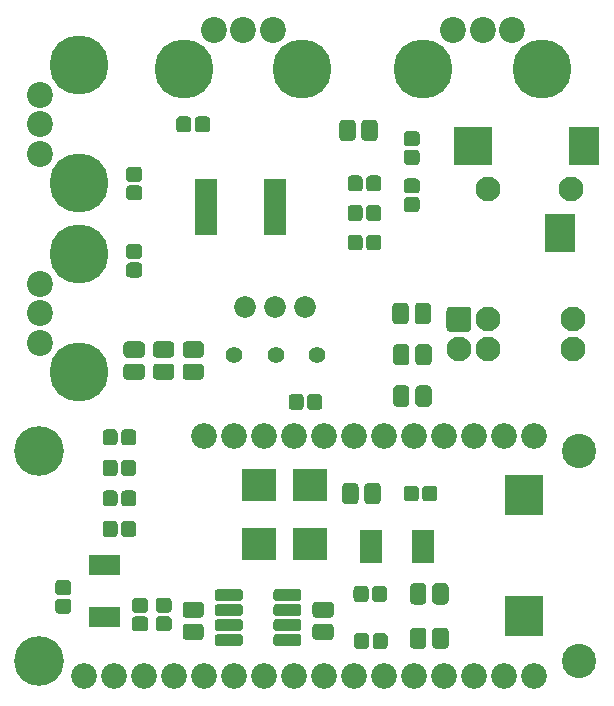
<source format=gts>
G04 #@! TF.GenerationSoftware,KiCad,Pcbnew,(5.1.5)-3*
G04 #@! TF.CreationDate,2020-02-01T22:19:46+11:00*
G04 #@! TF.ProjectId,Tph_Synth_Featherwing,5470685f-5379-46e7-9468-5f4665617468,rev?*
G04 #@! TF.SameCoordinates,Original*
G04 #@! TF.FileFunction,Soldermask,Top*
G04 #@! TF.FilePolarity,Negative*
%FSLAX46Y46*%
G04 Gerber Fmt 4.6, Leading zero omitted, Abs format (unit mm)*
G04 Created by KiCad (PCBNEW (5.1.5)-3) date 2020-02-01 22:19:46*
%MOMM*%
%LPD*%
G04 APERTURE LIST*
%ADD10C,0.100000*%
%ADD11R,3.200000X3.400000*%
%ADD12R,2.600000X3.200000*%
%ADD13R,3.200000X3.200000*%
%ADD14C,2.100000*%
%ADD15R,2.900000X2.700000*%
%ADD16R,0.700000X1.800000*%
%ADD17R,1.850000X0.850000*%
%ADD18C,1.840000*%
%ADD19C,5.000000*%
%ADD20C,2.200000*%
%ADD21C,1.400000*%
%ADD22C,2.178000*%
%ADD23C,4.210000*%
%ADD24C,2.899360*%
G04 APERTURE END LIST*
D10*
G36*
X115939943Y-88101655D02*
G01*
X115973312Y-88106605D01*
X116006035Y-88114802D01*
X116037797Y-88126166D01*
X116068293Y-88140590D01*
X116097227Y-88157932D01*
X116124323Y-88178028D01*
X116149318Y-88200682D01*
X116171972Y-88225677D01*
X116192068Y-88252773D01*
X116209410Y-88281707D01*
X116223834Y-88312203D01*
X116235198Y-88343965D01*
X116243395Y-88376688D01*
X116248345Y-88410057D01*
X116250000Y-88443750D01*
X116250000Y-89556250D01*
X116248345Y-89589943D01*
X116243395Y-89623312D01*
X116235198Y-89656035D01*
X116223834Y-89687797D01*
X116209410Y-89718293D01*
X116192068Y-89747227D01*
X116171972Y-89774323D01*
X116149318Y-89799318D01*
X116124323Y-89821972D01*
X116097227Y-89842068D01*
X116068293Y-89859410D01*
X116037797Y-89873834D01*
X116006035Y-89885198D01*
X115973312Y-89893395D01*
X115939943Y-89898345D01*
X115906250Y-89900000D01*
X115218750Y-89900000D01*
X115185057Y-89898345D01*
X115151688Y-89893395D01*
X115118965Y-89885198D01*
X115087203Y-89873834D01*
X115056707Y-89859410D01*
X115027773Y-89842068D01*
X115000677Y-89821972D01*
X114975682Y-89799318D01*
X114953028Y-89774323D01*
X114932932Y-89747227D01*
X114915590Y-89718293D01*
X114901166Y-89687797D01*
X114889802Y-89656035D01*
X114881605Y-89623312D01*
X114876655Y-89589943D01*
X114875000Y-89556250D01*
X114875000Y-88443750D01*
X114876655Y-88410057D01*
X114881605Y-88376688D01*
X114889802Y-88343965D01*
X114901166Y-88312203D01*
X114915590Y-88281707D01*
X114932932Y-88252773D01*
X114953028Y-88225677D01*
X114975682Y-88200682D01*
X115000677Y-88178028D01*
X115027773Y-88157932D01*
X115056707Y-88140590D01*
X115087203Y-88126166D01*
X115118965Y-88114802D01*
X115151688Y-88106605D01*
X115185057Y-88101655D01*
X115218750Y-88100000D01*
X115906250Y-88100000D01*
X115939943Y-88101655D01*
G37*
G36*
X117814943Y-88101655D02*
G01*
X117848312Y-88106605D01*
X117881035Y-88114802D01*
X117912797Y-88126166D01*
X117943293Y-88140590D01*
X117972227Y-88157932D01*
X117999323Y-88178028D01*
X118024318Y-88200682D01*
X118046972Y-88225677D01*
X118067068Y-88252773D01*
X118084410Y-88281707D01*
X118098834Y-88312203D01*
X118110198Y-88343965D01*
X118118395Y-88376688D01*
X118123345Y-88410057D01*
X118125000Y-88443750D01*
X118125000Y-89556250D01*
X118123345Y-89589943D01*
X118118395Y-89623312D01*
X118110198Y-89656035D01*
X118098834Y-89687797D01*
X118084410Y-89718293D01*
X118067068Y-89747227D01*
X118046972Y-89774323D01*
X118024318Y-89799318D01*
X117999323Y-89821972D01*
X117972227Y-89842068D01*
X117943293Y-89859410D01*
X117912797Y-89873834D01*
X117881035Y-89885198D01*
X117848312Y-89893395D01*
X117814943Y-89898345D01*
X117781250Y-89900000D01*
X117093750Y-89900000D01*
X117060057Y-89898345D01*
X117026688Y-89893395D01*
X116993965Y-89885198D01*
X116962203Y-89873834D01*
X116931707Y-89859410D01*
X116902773Y-89842068D01*
X116875677Y-89821972D01*
X116850682Y-89799318D01*
X116828028Y-89774323D01*
X116807932Y-89747227D01*
X116790590Y-89718293D01*
X116776166Y-89687797D01*
X116764802Y-89656035D01*
X116756605Y-89623312D01*
X116751655Y-89589943D01*
X116750000Y-89556250D01*
X116750000Y-88443750D01*
X116751655Y-88410057D01*
X116756605Y-88376688D01*
X116764802Y-88343965D01*
X116776166Y-88312203D01*
X116790590Y-88281707D01*
X116807932Y-88252773D01*
X116828028Y-88225677D01*
X116850682Y-88200682D01*
X116875677Y-88178028D01*
X116902773Y-88157932D01*
X116931707Y-88140590D01*
X116962203Y-88126166D01*
X116993965Y-88114802D01*
X117026688Y-88106605D01*
X117060057Y-88101655D01*
X117093750Y-88100000D01*
X117781250Y-88100000D01*
X117814943Y-88101655D01*
G37*
D11*
X130500000Y-130150000D03*
X130500000Y-119850000D03*
D10*
G36*
X97387493Y-122076535D02*
G01*
X97418435Y-122081125D01*
X97448778Y-122088725D01*
X97478230Y-122099263D01*
X97506508Y-122112638D01*
X97533338Y-122128719D01*
X97558463Y-122147353D01*
X97581640Y-122168360D01*
X97602647Y-122191537D01*
X97621281Y-122216662D01*
X97637362Y-122243492D01*
X97650737Y-122271770D01*
X97661275Y-122301222D01*
X97668875Y-122331565D01*
X97673465Y-122362507D01*
X97675000Y-122393750D01*
X97675000Y-123106250D01*
X97673465Y-123137493D01*
X97668875Y-123168435D01*
X97661275Y-123198778D01*
X97650737Y-123228230D01*
X97637362Y-123256508D01*
X97621281Y-123283338D01*
X97602647Y-123308463D01*
X97581640Y-123331640D01*
X97558463Y-123352647D01*
X97533338Y-123371281D01*
X97506508Y-123387362D01*
X97478230Y-123400737D01*
X97448778Y-123411275D01*
X97418435Y-123418875D01*
X97387493Y-123423465D01*
X97356250Y-123425000D01*
X96718750Y-123425000D01*
X96687507Y-123423465D01*
X96656565Y-123418875D01*
X96626222Y-123411275D01*
X96596770Y-123400737D01*
X96568492Y-123387362D01*
X96541662Y-123371281D01*
X96516537Y-123352647D01*
X96493360Y-123331640D01*
X96472353Y-123308463D01*
X96453719Y-123283338D01*
X96437638Y-123256508D01*
X96424263Y-123228230D01*
X96413725Y-123198778D01*
X96406125Y-123168435D01*
X96401535Y-123137493D01*
X96400000Y-123106250D01*
X96400000Y-122393750D01*
X96401535Y-122362507D01*
X96406125Y-122331565D01*
X96413725Y-122301222D01*
X96424263Y-122271770D01*
X96437638Y-122243492D01*
X96453719Y-122216662D01*
X96472353Y-122191537D01*
X96493360Y-122168360D01*
X96516537Y-122147353D01*
X96541662Y-122128719D01*
X96568492Y-122112638D01*
X96596770Y-122099263D01*
X96626222Y-122088725D01*
X96656565Y-122081125D01*
X96687507Y-122076535D01*
X96718750Y-122075000D01*
X97356250Y-122075000D01*
X97387493Y-122076535D01*
G37*
G36*
X95812493Y-122076535D02*
G01*
X95843435Y-122081125D01*
X95873778Y-122088725D01*
X95903230Y-122099263D01*
X95931508Y-122112638D01*
X95958338Y-122128719D01*
X95983463Y-122147353D01*
X96006640Y-122168360D01*
X96027647Y-122191537D01*
X96046281Y-122216662D01*
X96062362Y-122243492D01*
X96075737Y-122271770D01*
X96086275Y-122301222D01*
X96093875Y-122331565D01*
X96098465Y-122362507D01*
X96100000Y-122393750D01*
X96100000Y-123106250D01*
X96098465Y-123137493D01*
X96093875Y-123168435D01*
X96086275Y-123198778D01*
X96075737Y-123228230D01*
X96062362Y-123256508D01*
X96046281Y-123283338D01*
X96027647Y-123308463D01*
X96006640Y-123331640D01*
X95983463Y-123352647D01*
X95958338Y-123371281D01*
X95931508Y-123387362D01*
X95903230Y-123400737D01*
X95873778Y-123411275D01*
X95843435Y-123418875D01*
X95812493Y-123423465D01*
X95781250Y-123425000D01*
X95143750Y-123425000D01*
X95112507Y-123423465D01*
X95081565Y-123418875D01*
X95051222Y-123411275D01*
X95021770Y-123400737D01*
X94993492Y-123387362D01*
X94966662Y-123371281D01*
X94941537Y-123352647D01*
X94918360Y-123331640D01*
X94897353Y-123308463D01*
X94878719Y-123283338D01*
X94862638Y-123256508D01*
X94849263Y-123228230D01*
X94838725Y-123198778D01*
X94831125Y-123168435D01*
X94826535Y-123137493D01*
X94825000Y-123106250D01*
X94825000Y-122393750D01*
X94826535Y-122362507D01*
X94831125Y-122331565D01*
X94838725Y-122301222D01*
X94849263Y-122271770D01*
X94862638Y-122243492D01*
X94878719Y-122216662D01*
X94897353Y-122191537D01*
X94918360Y-122168360D01*
X94941537Y-122147353D01*
X94966662Y-122128719D01*
X94993492Y-122112638D01*
X95021770Y-122099263D01*
X95051222Y-122088725D01*
X95081565Y-122081125D01*
X95112507Y-122076535D01*
X95143750Y-122075000D01*
X95781250Y-122075000D01*
X95812493Y-122076535D01*
G37*
G36*
X95812493Y-119493535D02*
G01*
X95843435Y-119498125D01*
X95873778Y-119505725D01*
X95903230Y-119516263D01*
X95931508Y-119529638D01*
X95958338Y-119545719D01*
X95983463Y-119564353D01*
X96006640Y-119585360D01*
X96027647Y-119608537D01*
X96046281Y-119633662D01*
X96062362Y-119660492D01*
X96075737Y-119688770D01*
X96086275Y-119718222D01*
X96093875Y-119748565D01*
X96098465Y-119779507D01*
X96100000Y-119810750D01*
X96100000Y-120523250D01*
X96098465Y-120554493D01*
X96093875Y-120585435D01*
X96086275Y-120615778D01*
X96075737Y-120645230D01*
X96062362Y-120673508D01*
X96046281Y-120700338D01*
X96027647Y-120725463D01*
X96006640Y-120748640D01*
X95983463Y-120769647D01*
X95958338Y-120788281D01*
X95931508Y-120804362D01*
X95903230Y-120817737D01*
X95873778Y-120828275D01*
X95843435Y-120835875D01*
X95812493Y-120840465D01*
X95781250Y-120842000D01*
X95143750Y-120842000D01*
X95112507Y-120840465D01*
X95081565Y-120835875D01*
X95051222Y-120828275D01*
X95021770Y-120817737D01*
X94993492Y-120804362D01*
X94966662Y-120788281D01*
X94941537Y-120769647D01*
X94918360Y-120748640D01*
X94897353Y-120725463D01*
X94878719Y-120700338D01*
X94862638Y-120673508D01*
X94849263Y-120645230D01*
X94838725Y-120615778D01*
X94831125Y-120585435D01*
X94826535Y-120554493D01*
X94825000Y-120523250D01*
X94825000Y-119810750D01*
X94826535Y-119779507D01*
X94831125Y-119748565D01*
X94838725Y-119718222D01*
X94849263Y-119688770D01*
X94862638Y-119660492D01*
X94878719Y-119633662D01*
X94897353Y-119608537D01*
X94918360Y-119585360D01*
X94941537Y-119564353D01*
X94966662Y-119545719D01*
X94993492Y-119529638D01*
X95021770Y-119516263D01*
X95051222Y-119505725D01*
X95081565Y-119498125D01*
X95112507Y-119493535D01*
X95143750Y-119492000D01*
X95781250Y-119492000D01*
X95812493Y-119493535D01*
G37*
G36*
X97387493Y-119493535D02*
G01*
X97418435Y-119498125D01*
X97448778Y-119505725D01*
X97478230Y-119516263D01*
X97506508Y-119529638D01*
X97533338Y-119545719D01*
X97558463Y-119564353D01*
X97581640Y-119585360D01*
X97602647Y-119608537D01*
X97621281Y-119633662D01*
X97637362Y-119660492D01*
X97650737Y-119688770D01*
X97661275Y-119718222D01*
X97668875Y-119748565D01*
X97673465Y-119779507D01*
X97675000Y-119810750D01*
X97675000Y-120523250D01*
X97673465Y-120554493D01*
X97668875Y-120585435D01*
X97661275Y-120615778D01*
X97650737Y-120645230D01*
X97637362Y-120673508D01*
X97621281Y-120700338D01*
X97602647Y-120725463D01*
X97581640Y-120748640D01*
X97558463Y-120769647D01*
X97533338Y-120788281D01*
X97506508Y-120804362D01*
X97478230Y-120817737D01*
X97448778Y-120828275D01*
X97418435Y-120835875D01*
X97387493Y-120840465D01*
X97356250Y-120842000D01*
X96718750Y-120842000D01*
X96687507Y-120840465D01*
X96656565Y-120835875D01*
X96626222Y-120828275D01*
X96596770Y-120817737D01*
X96568492Y-120804362D01*
X96541662Y-120788281D01*
X96516537Y-120769647D01*
X96493360Y-120748640D01*
X96472353Y-120725463D01*
X96453719Y-120700338D01*
X96437638Y-120673508D01*
X96424263Y-120645230D01*
X96413725Y-120615778D01*
X96406125Y-120585435D01*
X96401535Y-120554493D01*
X96400000Y-120523250D01*
X96400000Y-119810750D01*
X96401535Y-119779507D01*
X96406125Y-119748565D01*
X96413725Y-119718222D01*
X96424263Y-119688770D01*
X96437638Y-119660492D01*
X96453719Y-119633662D01*
X96472353Y-119608537D01*
X96493360Y-119585360D01*
X96516537Y-119564353D01*
X96541662Y-119545719D01*
X96568492Y-119529638D01*
X96596770Y-119516263D01*
X96626222Y-119505725D01*
X96656565Y-119498125D01*
X96687507Y-119493535D01*
X96718750Y-119492000D01*
X97356250Y-119492000D01*
X97387493Y-119493535D01*
G37*
G36*
X97387493Y-116909535D02*
G01*
X97418435Y-116914125D01*
X97448778Y-116921725D01*
X97478230Y-116932263D01*
X97506508Y-116945638D01*
X97533338Y-116961719D01*
X97558463Y-116980353D01*
X97581640Y-117001360D01*
X97602647Y-117024537D01*
X97621281Y-117049662D01*
X97637362Y-117076492D01*
X97650737Y-117104770D01*
X97661275Y-117134222D01*
X97668875Y-117164565D01*
X97673465Y-117195507D01*
X97675000Y-117226750D01*
X97675000Y-117939250D01*
X97673465Y-117970493D01*
X97668875Y-118001435D01*
X97661275Y-118031778D01*
X97650737Y-118061230D01*
X97637362Y-118089508D01*
X97621281Y-118116338D01*
X97602647Y-118141463D01*
X97581640Y-118164640D01*
X97558463Y-118185647D01*
X97533338Y-118204281D01*
X97506508Y-118220362D01*
X97478230Y-118233737D01*
X97448778Y-118244275D01*
X97418435Y-118251875D01*
X97387493Y-118256465D01*
X97356250Y-118258000D01*
X96718750Y-118258000D01*
X96687507Y-118256465D01*
X96656565Y-118251875D01*
X96626222Y-118244275D01*
X96596770Y-118233737D01*
X96568492Y-118220362D01*
X96541662Y-118204281D01*
X96516537Y-118185647D01*
X96493360Y-118164640D01*
X96472353Y-118141463D01*
X96453719Y-118116338D01*
X96437638Y-118089508D01*
X96424263Y-118061230D01*
X96413725Y-118031778D01*
X96406125Y-118001435D01*
X96401535Y-117970493D01*
X96400000Y-117939250D01*
X96400000Y-117226750D01*
X96401535Y-117195507D01*
X96406125Y-117164565D01*
X96413725Y-117134222D01*
X96424263Y-117104770D01*
X96437638Y-117076492D01*
X96453719Y-117049662D01*
X96472353Y-117024537D01*
X96493360Y-117001360D01*
X96516537Y-116980353D01*
X96541662Y-116961719D01*
X96568492Y-116945638D01*
X96596770Y-116932263D01*
X96626222Y-116921725D01*
X96656565Y-116914125D01*
X96687507Y-116909535D01*
X96718750Y-116908000D01*
X97356250Y-116908000D01*
X97387493Y-116909535D01*
G37*
G36*
X95812493Y-116909535D02*
G01*
X95843435Y-116914125D01*
X95873778Y-116921725D01*
X95903230Y-116932263D01*
X95931508Y-116945638D01*
X95958338Y-116961719D01*
X95983463Y-116980353D01*
X96006640Y-117001360D01*
X96027647Y-117024537D01*
X96046281Y-117049662D01*
X96062362Y-117076492D01*
X96075737Y-117104770D01*
X96086275Y-117134222D01*
X96093875Y-117164565D01*
X96098465Y-117195507D01*
X96100000Y-117226750D01*
X96100000Y-117939250D01*
X96098465Y-117970493D01*
X96093875Y-118001435D01*
X96086275Y-118031778D01*
X96075737Y-118061230D01*
X96062362Y-118089508D01*
X96046281Y-118116338D01*
X96027647Y-118141463D01*
X96006640Y-118164640D01*
X95983463Y-118185647D01*
X95958338Y-118204281D01*
X95931508Y-118220362D01*
X95903230Y-118233737D01*
X95873778Y-118244275D01*
X95843435Y-118251875D01*
X95812493Y-118256465D01*
X95781250Y-118258000D01*
X95143750Y-118258000D01*
X95112507Y-118256465D01*
X95081565Y-118251875D01*
X95051222Y-118244275D01*
X95021770Y-118233737D01*
X94993492Y-118220362D01*
X94966662Y-118204281D01*
X94941537Y-118185647D01*
X94918360Y-118164640D01*
X94897353Y-118141463D01*
X94878719Y-118116338D01*
X94862638Y-118089508D01*
X94849263Y-118061230D01*
X94838725Y-118031778D01*
X94831125Y-118001435D01*
X94826535Y-117970493D01*
X94825000Y-117939250D01*
X94825000Y-117226750D01*
X94826535Y-117195507D01*
X94831125Y-117164565D01*
X94838725Y-117134222D01*
X94849263Y-117104770D01*
X94862638Y-117076492D01*
X94878719Y-117049662D01*
X94897353Y-117024537D01*
X94918360Y-117001360D01*
X94941537Y-116980353D01*
X94966662Y-116961719D01*
X94993492Y-116945638D01*
X95021770Y-116932263D01*
X95051222Y-116921725D01*
X95081565Y-116914125D01*
X95112507Y-116909535D01*
X95143750Y-116908000D01*
X95781250Y-116908000D01*
X95812493Y-116909535D01*
G37*
G36*
X95812493Y-114326535D02*
G01*
X95843435Y-114331125D01*
X95873778Y-114338725D01*
X95903230Y-114349263D01*
X95931508Y-114362638D01*
X95958338Y-114378719D01*
X95983463Y-114397353D01*
X96006640Y-114418360D01*
X96027647Y-114441537D01*
X96046281Y-114466662D01*
X96062362Y-114493492D01*
X96075737Y-114521770D01*
X96086275Y-114551222D01*
X96093875Y-114581565D01*
X96098465Y-114612507D01*
X96100000Y-114643750D01*
X96100000Y-115356250D01*
X96098465Y-115387493D01*
X96093875Y-115418435D01*
X96086275Y-115448778D01*
X96075737Y-115478230D01*
X96062362Y-115506508D01*
X96046281Y-115533338D01*
X96027647Y-115558463D01*
X96006640Y-115581640D01*
X95983463Y-115602647D01*
X95958338Y-115621281D01*
X95931508Y-115637362D01*
X95903230Y-115650737D01*
X95873778Y-115661275D01*
X95843435Y-115668875D01*
X95812493Y-115673465D01*
X95781250Y-115675000D01*
X95143750Y-115675000D01*
X95112507Y-115673465D01*
X95081565Y-115668875D01*
X95051222Y-115661275D01*
X95021770Y-115650737D01*
X94993492Y-115637362D01*
X94966662Y-115621281D01*
X94941537Y-115602647D01*
X94918360Y-115581640D01*
X94897353Y-115558463D01*
X94878719Y-115533338D01*
X94862638Y-115506508D01*
X94849263Y-115478230D01*
X94838725Y-115448778D01*
X94831125Y-115418435D01*
X94826535Y-115387493D01*
X94825000Y-115356250D01*
X94825000Y-114643750D01*
X94826535Y-114612507D01*
X94831125Y-114581565D01*
X94838725Y-114551222D01*
X94849263Y-114521770D01*
X94862638Y-114493492D01*
X94878719Y-114466662D01*
X94897353Y-114441537D01*
X94918360Y-114418360D01*
X94941537Y-114397353D01*
X94966662Y-114378719D01*
X94993492Y-114362638D01*
X95021770Y-114349263D01*
X95051222Y-114338725D01*
X95081565Y-114331125D01*
X95112507Y-114326535D01*
X95143750Y-114325000D01*
X95781250Y-114325000D01*
X95812493Y-114326535D01*
G37*
G36*
X97387493Y-114326535D02*
G01*
X97418435Y-114331125D01*
X97448778Y-114338725D01*
X97478230Y-114349263D01*
X97506508Y-114362638D01*
X97533338Y-114378719D01*
X97558463Y-114397353D01*
X97581640Y-114418360D01*
X97602647Y-114441537D01*
X97621281Y-114466662D01*
X97637362Y-114493492D01*
X97650737Y-114521770D01*
X97661275Y-114551222D01*
X97668875Y-114581565D01*
X97673465Y-114612507D01*
X97675000Y-114643750D01*
X97675000Y-115356250D01*
X97673465Y-115387493D01*
X97668875Y-115418435D01*
X97661275Y-115448778D01*
X97650737Y-115478230D01*
X97637362Y-115506508D01*
X97621281Y-115533338D01*
X97602647Y-115558463D01*
X97581640Y-115581640D01*
X97558463Y-115602647D01*
X97533338Y-115621281D01*
X97506508Y-115637362D01*
X97478230Y-115650737D01*
X97448778Y-115661275D01*
X97418435Y-115668875D01*
X97387493Y-115673465D01*
X97356250Y-115675000D01*
X96718750Y-115675000D01*
X96687507Y-115673465D01*
X96656565Y-115668875D01*
X96626222Y-115661275D01*
X96596770Y-115650737D01*
X96568492Y-115637362D01*
X96541662Y-115621281D01*
X96516537Y-115602647D01*
X96493360Y-115581640D01*
X96472353Y-115558463D01*
X96453719Y-115533338D01*
X96437638Y-115506508D01*
X96424263Y-115478230D01*
X96413725Y-115448778D01*
X96406125Y-115418435D01*
X96401535Y-115387493D01*
X96400000Y-115356250D01*
X96400000Y-114643750D01*
X96401535Y-114612507D01*
X96406125Y-114581565D01*
X96413725Y-114551222D01*
X96424263Y-114521770D01*
X96437638Y-114493492D01*
X96453719Y-114466662D01*
X96472353Y-114441537D01*
X96493360Y-114418360D01*
X96516537Y-114397353D01*
X96541662Y-114378719D01*
X96568492Y-114362638D01*
X96596770Y-114349263D01*
X96626222Y-114338725D01*
X96656565Y-114331125D01*
X96687507Y-114326535D01*
X96718750Y-114325000D01*
X97356250Y-114325000D01*
X97387493Y-114326535D01*
G37*
G36*
X91887493Y-128651535D02*
G01*
X91918435Y-128656125D01*
X91948778Y-128663725D01*
X91978230Y-128674263D01*
X92006508Y-128687638D01*
X92033338Y-128703719D01*
X92058463Y-128722353D01*
X92081640Y-128743360D01*
X92102647Y-128766537D01*
X92121281Y-128791662D01*
X92137362Y-128818492D01*
X92150737Y-128846770D01*
X92161275Y-128876222D01*
X92168875Y-128906565D01*
X92173465Y-128937507D01*
X92175000Y-128968750D01*
X92175000Y-129606250D01*
X92173465Y-129637493D01*
X92168875Y-129668435D01*
X92161275Y-129698778D01*
X92150737Y-129728230D01*
X92137362Y-129756508D01*
X92121281Y-129783338D01*
X92102647Y-129808463D01*
X92081640Y-129831640D01*
X92058463Y-129852647D01*
X92033338Y-129871281D01*
X92006508Y-129887362D01*
X91978230Y-129900737D01*
X91948778Y-129911275D01*
X91918435Y-129918875D01*
X91887493Y-129923465D01*
X91856250Y-129925000D01*
X91143750Y-129925000D01*
X91112507Y-129923465D01*
X91081565Y-129918875D01*
X91051222Y-129911275D01*
X91021770Y-129900737D01*
X90993492Y-129887362D01*
X90966662Y-129871281D01*
X90941537Y-129852647D01*
X90918360Y-129831640D01*
X90897353Y-129808463D01*
X90878719Y-129783338D01*
X90862638Y-129756508D01*
X90849263Y-129728230D01*
X90838725Y-129698778D01*
X90831125Y-129668435D01*
X90826535Y-129637493D01*
X90825000Y-129606250D01*
X90825000Y-128968750D01*
X90826535Y-128937507D01*
X90831125Y-128906565D01*
X90838725Y-128876222D01*
X90849263Y-128846770D01*
X90862638Y-128818492D01*
X90878719Y-128791662D01*
X90897353Y-128766537D01*
X90918360Y-128743360D01*
X90941537Y-128722353D01*
X90966662Y-128703719D01*
X90993492Y-128687638D01*
X91021770Y-128674263D01*
X91051222Y-128663725D01*
X91081565Y-128656125D01*
X91112507Y-128651535D01*
X91143750Y-128650000D01*
X91856250Y-128650000D01*
X91887493Y-128651535D01*
G37*
G36*
X91887493Y-127076535D02*
G01*
X91918435Y-127081125D01*
X91948778Y-127088725D01*
X91978230Y-127099263D01*
X92006508Y-127112638D01*
X92033338Y-127128719D01*
X92058463Y-127147353D01*
X92081640Y-127168360D01*
X92102647Y-127191537D01*
X92121281Y-127216662D01*
X92137362Y-127243492D01*
X92150737Y-127271770D01*
X92161275Y-127301222D01*
X92168875Y-127331565D01*
X92173465Y-127362507D01*
X92175000Y-127393750D01*
X92175000Y-128031250D01*
X92173465Y-128062493D01*
X92168875Y-128093435D01*
X92161275Y-128123778D01*
X92150737Y-128153230D01*
X92137362Y-128181508D01*
X92121281Y-128208338D01*
X92102647Y-128233463D01*
X92081640Y-128256640D01*
X92058463Y-128277647D01*
X92033338Y-128296281D01*
X92006508Y-128312362D01*
X91978230Y-128325737D01*
X91948778Y-128336275D01*
X91918435Y-128343875D01*
X91887493Y-128348465D01*
X91856250Y-128350000D01*
X91143750Y-128350000D01*
X91112507Y-128348465D01*
X91081565Y-128343875D01*
X91051222Y-128336275D01*
X91021770Y-128325737D01*
X90993492Y-128312362D01*
X90966662Y-128296281D01*
X90941537Y-128277647D01*
X90918360Y-128256640D01*
X90897353Y-128233463D01*
X90878719Y-128208338D01*
X90862638Y-128181508D01*
X90849263Y-128153230D01*
X90838725Y-128123778D01*
X90831125Y-128093435D01*
X90826535Y-128062493D01*
X90825000Y-128031250D01*
X90825000Y-127393750D01*
X90826535Y-127362507D01*
X90831125Y-127331565D01*
X90838725Y-127301222D01*
X90849263Y-127271770D01*
X90862638Y-127243492D01*
X90878719Y-127216662D01*
X90897353Y-127191537D01*
X90918360Y-127168360D01*
X90941537Y-127147353D01*
X90966662Y-127128719D01*
X90993492Y-127112638D01*
X91021770Y-127099263D01*
X91051222Y-127088725D01*
X91081565Y-127081125D01*
X91112507Y-127076535D01*
X91143750Y-127075000D01*
X91856250Y-127075000D01*
X91887493Y-127076535D01*
G37*
G36*
X118137493Y-97826535D02*
G01*
X118168435Y-97831125D01*
X118198778Y-97838725D01*
X118228230Y-97849263D01*
X118256508Y-97862638D01*
X118283338Y-97878719D01*
X118308463Y-97897353D01*
X118331640Y-97918360D01*
X118352647Y-97941537D01*
X118371281Y-97966662D01*
X118387362Y-97993492D01*
X118400737Y-98021770D01*
X118411275Y-98051222D01*
X118418875Y-98081565D01*
X118423465Y-98112507D01*
X118425000Y-98143750D01*
X118425000Y-98856250D01*
X118423465Y-98887493D01*
X118418875Y-98918435D01*
X118411275Y-98948778D01*
X118400737Y-98978230D01*
X118387362Y-99006508D01*
X118371281Y-99033338D01*
X118352647Y-99058463D01*
X118331640Y-99081640D01*
X118308463Y-99102647D01*
X118283338Y-99121281D01*
X118256508Y-99137362D01*
X118228230Y-99150737D01*
X118198778Y-99161275D01*
X118168435Y-99168875D01*
X118137493Y-99173465D01*
X118106250Y-99175000D01*
X117468750Y-99175000D01*
X117437507Y-99173465D01*
X117406565Y-99168875D01*
X117376222Y-99161275D01*
X117346770Y-99150737D01*
X117318492Y-99137362D01*
X117291662Y-99121281D01*
X117266537Y-99102647D01*
X117243360Y-99081640D01*
X117222353Y-99058463D01*
X117203719Y-99033338D01*
X117187638Y-99006508D01*
X117174263Y-98978230D01*
X117163725Y-98948778D01*
X117156125Y-98918435D01*
X117151535Y-98887493D01*
X117150000Y-98856250D01*
X117150000Y-98143750D01*
X117151535Y-98112507D01*
X117156125Y-98081565D01*
X117163725Y-98051222D01*
X117174263Y-98021770D01*
X117187638Y-97993492D01*
X117203719Y-97966662D01*
X117222353Y-97941537D01*
X117243360Y-97918360D01*
X117266537Y-97897353D01*
X117291662Y-97878719D01*
X117318492Y-97862638D01*
X117346770Y-97849263D01*
X117376222Y-97838725D01*
X117406565Y-97831125D01*
X117437507Y-97826535D01*
X117468750Y-97825000D01*
X118106250Y-97825000D01*
X118137493Y-97826535D01*
G37*
G36*
X116562493Y-97826535D02*
G01*
X116593435Y-97831125D01*
X116623778Y-97838725D01*
X116653230Y-97849263D01*
X116681508Y-97862638D01*
X116708338Y-97878719D01*
X116733463Y-97897353D01*
X116756640Y-97918360D01*
X116777647Y-97941537D01*
X116796281Y-97966662D01*
X116812362Y-97993492D01*
X116825737Y-98021770D01*
X116836275Y-98051222D01*
X116843875Y-98081565D01*
X116848465Y-98112507D01*
X116850000Y-98143750D01*
X116850000Y-98856250D01*
X116848465Y-98887493D01*
X116843875Y-98918435D01*
X116836275Y-98948778D01*
X116825737Y-98978230D01*
X116812362Y-99006508D01*
X116796281Y-99033338D01*
X116777647Y-99058463D01*
X116756640Y-99081640D01*
X116733463Y-99102647D01*
X116708338Y-99121281D01*
X116681508Y-99137362D01*
X116653230Y-99150737D01*
X116623778Y-99161275D01*
X116593435Y-99168875D01*
X116562493Y-99173465D01*
X116531250Y-99175000D01*
X115893750Y-99175000D01*
X115862507Y-99173465D01*
X115831565Y-99168875D01*
X115801222Y-99161275D01*
X115771770Y-99150737D01*
X115743492Y-99137362D01*
X115716662Y-99121281D01*
X115691537Y-99102647D01*
X115668360Y-99081640D01*
X115647353Y-99058463D01*
X115628719Y-99033338D01*
X115612638Y-99006508D01*
X115599263Y-98978230D01*
X115588725Y-98948778D01*
X115581125Y-98918435D01*
X115576535Y-98887493D01*
X115575000Y-98856250D01*
X115575000Y-98143750D01*
X115576535Y-98112507D01*
X115581125Y-98081565D01*
X115588725Y-98051222D01*
X115599263Y-98021770D01*
X115612638Y-97993492D01*
X115628719Y-97966662D01*
X115647353Y-97941537D01*
X115668360Y-97918360D01*
X115691537Y-97897353D01*
X115716662Y-97878719D01*
X115743492Y-97862638D01*
X115771770Y-97849263D01*
X115801222Y-97838725D01*
X115831565Y-97831125D01*
X115862507Y-97826535D01*
X115893750Y-97825000D01*
X116531250Y-97825000D01*
X116562493Y-97826535D01*
G37*
G36*
X114089943Y-128896655D02*
G01*
X114123312Y-128901605D01*
X114156035Y-128909802D01*
X114187797Y-128921166D01*
X114218293Y-128935590D01*
X114247227Y-128952932D01*
X114274323Y-128973028D01*
X114299318Y-128995682D01*
X114321972Y-129020677D01*
X114342068Y-129047773D01*
X114359410Y-129076707D01*
X114373834Y-129107203D01*
X114385198Y-129138965D01*
X114393395Y-129171688D01*
X114398345Y-129205057D01*
X114400000Y-129238750D01*
X114400000Y-129926250D01*
X114398345Y-129959943D01*
X114393395Y-129993312D01*
X114385198Y-130026035D01*
X114373834Y-130057797D01*
X114359410Y-130088293D01*
X114342068Y-130117227D01*
X114321972Y-130144323D01*
X114299318Y-130169318D01*
X114274323Y-130191972D01*
X114247227Y-130212068D01*
X114218293Y-130229410D01*
X114187797Y-130243834D01*
X114156035Y-130255198D01*
X114123312Y-130263395D01*
X114089943Y-130268345D01*
X114056250Y-130270000D01*
X112943750Y-130270000D01*
X112910057Y-130268345D01*
X112876688Y-130263395D01*
X112843965Y-130255198D01*
X112812203Y-130243834D01*
X112781707Y-130229410D01*
X112752773Y-130212068D01*
X112725677Y-130191972D01*
X112700682Y-130169318D01*
X112678028Y-130144323D01*
X112657932Y-130117227D01*
X112640590Y-130088293D01*
X112626166Y-130057797D01*
X112614802Y-130026035D01*
X112606605Y-129993312D01*
X112601655Y-129959943D01*
X112600000Y-129926250D01*
X112600000Y-129238750D01*
X112601655Y-129205057D01*
X112606605Y-129171688D01*
X112614802Y-129138965D01*
X112626166Y-129107203D01*
X112640590Y-129076707D01*
X112657932Y-129047773D01*
X112678028Y-129020677D01*
X112700682Y-128995682D01*
X112725677Y-128973028D01*
X112752773Y-128952932D01*
X112781707Y-128935590D01*
X112812203Y-128921166D01*
X112843965Y-128909802D01*
X112876688Y-128901605D01*
X112910057Y-128896655D01*
X112943750Y-128895000D01*
X114056250Y-128895000D01*
X114089943Y-128896655D01*
G37*
G36*
X114089943Y-130771655D02*
G01*
X114123312Y-130776605D01*
X114156035Y-130784802D01*
X114187797Y-130796166D01*
X114218293Y-130810590D01*
X114247227Y-130827932D01*
X114274323Y-130848028D01*
X114299318Y-130870682D01*
X114321972Y-130895677D01*
X114342068Y-130922773D01*
X114359410Y-130951707D01*
X114373834Y-130982203D01*
X114385198Y-131013965D01*
X114393395Y-131046688D01*
X114398345Y-131080057D01*
X114400000Y-131113750D01*
X114400000Y-131801250D01*
X114398345Y-131834943D01*
X114393395Y-131868312D01*
X114385198Y-131901035D01*
X114373834Y-131932797D01*
X114359410Y-131963293D01*
X114342068Y-131992227D01*
X114321972Y-132019323D01*
X114299318Y-132044318D01*
X114274323Y-132066972D01*
X114247227Y-132087068D01*
X114218293Y-132104410D01*
X114187797Y-132118834D01*
X114156035Y-132130198D01*
X114123312Y-132138395D01*
X114089943Y-132143345D01*
X114056250Y-132145000D01*
X112943750Y-132145000D01*
X112910057Y-132143345D01*
X112876688Y-132138395D01*
X112843965Y-132130198D01*
X112812203Y-132118834D01*
X112781707Y-132104410D01*
X112752773Y-132087068D01*
X112725677Y-132066972D01*
X112700682Y-132044318D01*
X112678028Y-132019323D01*
X112657932Y-131992227D01*
X112640590Y-131963293D01*
X112626166Y-131932797D01*
X112614802Y-131901035D01*
X112606605Y-131868312D01*
X112601655Y-131834943D01*
X112600000Y-131801250D01*
X112600000Y-131113750D01*
X112601655Y-131080057D01*
X112606605Y-131046688D01*
X112614802Y-131013965D01*
X112626166Y-130982203D01*
X112640590Y-130951707D01*
X112657932Y-130922773D01*
X112678028Y-130895677D01*
X112700682Y-130870682D01*
X112725677Y-130848028D01*
X112752773Y-130827932D01*
X112781707Y-130810590D01*
X112812203Y-130796166D01*
X112843965Y-130784802D01*
X112876688Y-130776605D01*
X112910057Y-130771655D01*
X112943750Y-130770000D01*
X114056250Y-130770000D01*
X114089943Y-130771655D01*
G37*
G36*
X120501943Y-110601655D02*
G01*
X120535312Y-110606605D01*
X120568035Y-110614802D01*
X120599797Y-110626166D01*
X120630293Y-110640590D01*
X120659227Y-110657932D01*
X120686323Y-110678028D01*
X120711318Y-110700682D01*
X120733972Y-110725677D01*
X120754068Y-110752773D01*
X120771410Y-110781707D01*
X120785834Y-110812203D01*
X120797198Y-110843965D01*
X120805395Y-110876688D01*
X120810345Y-110910057D01*
X120812000Y-110943750D01*
X120812000Y-112056250D01*
X120810345Y-112089943D01*
X120805395Y-112123312D01*
X120797198Y-112156035D01*
X120785834Y-112187797D01*
X120771410Y-112218293D01*
X120754068Y-112247227D01*
X120733972Y-112274323D01*
X120711318Y-112299318D01*
X120686323Y-112321972D01*
X120659227Y-112342068D01*
X120630293Y-112359410D01*
X120599797Y-112373834D01*
X120568035Y-112385198D01*
X120535312Y-112393395D01*
X120501943Y-112398345D01*
X120468250Y-112400000D01*
X119780750Y-112400000D01*
X119747057Y-112398345D01*
X119713688Y-112393395D01*
X119680965Y-112385198D01*
X119649203Y-112373834D01*
X119618707Y-112359410D01*
X119589773Y-112342068D01*
X119562677Y-112321972D01*
X119537682Y-112299318D01*
X119515028Y-112274323D01*
X119494932Y-112247227D01*
X119477590Y-112218293D01*
X119463166Y-112187797D01*
X119451802Y-112156035D01*
X119443605Y-112123312D01*
X119438655Y-112089943D01*
X119437000Y-112056250D01*
X119437000Y-110943750D01*
X119438655Y-110910057D01*
X119443605Y-110876688D01*
X119451802Y-110843965D01*
X119463166Y-110812203D01*
X119477590Y-110781707D01*
X119494932Y-110752773D01*
X119515028Y-110725677D01*
X119537682Y-110700682D01*
X119562677Y-110678028D01*
X119589773Y-110657932D01*
X119618707Y-110640590D01*
X119649203Y-110626166D01*
X119680965Y-110614802D01*
X119713688Y-110606605D01*
X119747057Y-110601655D01*
X119780750Y-110600000D01*
X120468250Y-110600000D01*
X120501943Y-110601655D01*
G37*
G36*
X122376943Y-110601655D02*
G01*
X122410312Y-110606605D01*
X122443035Y-110614802D01*
X122474797Y-110626166D01*
X122505293Y-110640590D01*
X122534227Y-110657932D01*
X122561323Y-110678028D01*
X122586318Y-110700682D01*
X122608972Y-110725677D01*
X122629068Y-110752773D01*
X122646410Y-110781707D01*
X122660834Y-110812203D01*
X122672198Y-110843965D01*
X122680395Y-110876688D01*
X122685345Y-110910057D01*
X122687000Y-110943750D01*
X122687000Y-112056250D01*
X122685345Y-112089943D01*
X122680395Y-112123312D01*
X122672198Y-112156035D01*
X122660834Y-112187797D01*
X122646410Y-112218293D01*
X122629068Y-112247227D01*
X122608972Y-112274323D01*
X122586318Y-112299318D01*
X122561323Y-112321972D01*
X122534227Y-112342068D01*
X122505293Y-112359410D01*
X122474797Y-112373834D01*
X122443035Y-112385198D01*
X122410312Y-112393395D01*
X122376943Y-112398345D01*
X122343250Y-112400000D01*
X121655750Y-112400000D01*
X121622057Y-112398345D01*
X121588688Y-112393395D01*
X121555965Y-112385198D01*
X121524203Y-112373834D01*
X121493707Y-112359410D01*
X121464773Y-112342068D01*
X121437677Y-112321972D01*
X121412682Y-112299318D01*
X121390028Y-112274323D01*
X121369932Y-112247227D01*
X121352590Y-112218293D01*
X121338166Y-112187797D01*
X121326802Y-112156035D01*
X121318605Y-112123312D01*
X121313655Y-112089943D01*
X121312000Y-112056250D01*
X121312000Y-110943750D01*
X121313655Y-110910057D01*
X121318605Y-110876688D01*
X121326802Y-110843965D01*
X121338166Y-110812203D01*
X121352590Y-110781707D01*
X121369932Y-110752773D01*
X121390028Y-110725677D01*
X121412682Y-110700682D01*
X121437677Y-110678028D01*
X121464773Y-110657932D01*
X121493707Y-110640590D01*
X121524203Y-110626166D01*
X121555965Y-110614802D01*
X121588688Y-110606605D01*
X121622057Y-110601655D01*
X121655750Y-110600000D01*
X122343250Y-110600000D01*
X122376943Y-110601655D01*
G37*
G36*
X122314943Y-103601655D02*
G01*
X122348312Y-103606605D01*
X122381035Y-103614802D01*
X122412797Y-103626166D01*
X122443293Y-103640590D01*
X122472227Y-103657932D01*
X122499323Y-103678028D01*
X122524318Y-103700682D01*
X122546972Y-103725677D01*
X122567068Y-103752773D01*
X122584410Y-103781707D01*
X122598834Y-103812203D01*
X122610198Y-103843965D01*
X122618395Y-103876688D01*
X122623345Y-103910057D01*
X122625000Y-103943750D01*
X122625000Y-105056250D01*
X122623345Y-105089943D01*
X122618395Y-105123312D01*
X122610198Y-105156035D01*
X122598834Y-105187797D01*
X122584410Y-105218293D01*
X122567068Y-105247227D01*
X122546972Y-105274323D01*
X122524318Y-105299318D01*
X122499323Y-105321972D01*
X122472227Y-105342068D01*
X122443293Y-105359410D01*
X122412797Y-105373834D01*
X122381035Y-105385198D01*
X122348312Y-105393395D01*
X122314943Y-105398345D01*
X122281250Y-105400000D01*
X121593750Y-105400000D01*
X121560057Y-105398345D01*
X121526688Y-105393395D01*
X121493965Y-105385198D01*
X121462203Y-105373834D01*
X121431707Y-105359410D01*
X121402773Y-105342068D01*
X121375677Y-105321972D01*
X121350682Y-105299318D01*
X121328028Y-105274323D01*
X121307932Y-105247227D01*
X121290590Y-105218293D01*
X121276166Y-105187797D01*
X121264802Y-105156035D01*
X121256605Y-105123312D01*
X121251655Y-105089943D01*
X121250000Y-105056250D01*
X121250000Y-103943750D01*
X121251655Y-103910057D01*
X121256605Y-103876688D01*
X121264802Y-103843965D01*
X121276166Y-103812203D01*
X121290590Y-103781707D01*
X121307932Y-103752773D01*
X121328028Y-103725677D01*
X121350682Y-103700682D01*
X121375677Y-103678028D01*
X121402773Y-103657932D01*
X121431707Y-103640590D01*
X121462203Y-103626166D01*
X121493965Y-103614802D01*
X121526688Y-103606605D01*
X121560057Y-103601655D01*
X121593750Y-103600000D01*
X122281250Y-103600000D01*
X122314943Y-103601655D01*
G37*
G36*
X120439943Y-103601655D02*
G01*
X120473312Y-103606605D01*
X120506035Y-103614802D01*
X120537797Y-103626166D01*
X120568293Y-103640590D01*
X120597227Y-103657932D01*
X120624323Y-103678028D01*
X120649318Y-103700682D01*
X120671972Y-103725677D01*
X120692068Y-103752773D01*
X120709410Y-103781707D01*
X120723834Y-103812203D01*
X120735198Y-103843965D01*
X120743395Y-103876688D01*
X120748345Y-103910057D01*
X120750000Y-103943750D01*
X120750000Y-105056250D01*
X120748345Y-105089943D01*
X120743395Y-105123312D01*
X120735198Y-105156035D01*
X120723834Y-105187797D01*
X120709410Y-105218293D01*
X120692068Y-105247227D01*
X120671972Y-105274323D01*
X120649318Y-105299318D01*
X120624323Y-105321972D01*
X120597227Y-105342068D01*
X120568293Y-105359410D01*
X120537797Y-105373834D01*
X120506035Y-105385198D01*
X120473312Y-105393395D01*
X120439943Y-105398345D01*
X120406250Y-105400000D01*
X119718750Y-105400000D01*
X119685057Y-105398345D01*
X119651688Y-105393395D01*
X119618965Y-105385198D01*
X119587203Y-105373834D01*
X119556707Y-105359410D01*
X119527773Y-105342068D01*
X119500677Y-105321972D01*
X119475682Y-105299318D01*
X119453028Y-105274323D01*
X119432932Y-105247227D01*
X119415590Y-105218293D01*
X119401166Y-105187797D01*
X119389802Y-105156035D01*
X119381605Y-105123312D01*
X119376655Y-105089943D01*
X119375000Y-105056250D01*
X119375000Y-103943750D01*
X119376655Y-103910057D01*
X119381605Y-103876688D01*
X119389802Y-103843965D01*
X119401166Y-103812203D01*
X119415590Y-103781707D01*
X119432932Y-103752773D01*
X119453028Y-103725677D01*
X119475682Y-103700682D01*
X119500677Y-103678028D01*
X119527773Y-103657932D01*
X119556707Y-103640590D01*
X119587203Y-103626166D01*
X119618965Y-103614802D01*
X119651688Y-103606605D01*
X119685057Y-103601655D01*
X119718750Y-103600000D01*
X120406250Y-103600000D01*
X120439943Y-103601655D01*
G37*
G36*
X120501943Y-107101655D02*
G01*
X120535312Y-107106605D01*
X120568035Y-107114802D01*
X120599797Y-107126166D01*
X120630293Y-107140590D01*
X120659227Y-107157932D01*
X120686323Y-107178028D01*
X120711318Y-107200682D01*
X120733972Y-107225677D01*
X120754068Y-107252773D01*
X120771410Y-107281707D01*
X120785834Y-107312203D01*
X120797198Y-107343965D01*
X120805395Y-107376688D01*
X120810345Y-107410057D01*
X120812000Y-107443750D01*
X120812000Y-108556250D01*
X120810345Y-108589943D01*
X120805395Y-108623312D01*
X120797198Y-108656035D01*
X120785834Y-108687797D01*
X120771410Y-108718293D01*
X120754068Y-108747227D01*
X120733972Y-108774323D01*
X120711318Y-108799318D01*
X120686323Y-108821972D01*
X120659227Y-108842068D01*
X120630293Y-108859410D01*
X120599797Y-108873834D01*
X120568035Y-108885198D01*
X120535312Y-108893395D01*
X120501943Y-108898345D01*
X120468250Y-108900000D01*
X119780750Y-108900000D01*
X119747057Y-108898345D01*
X119713688Y-108893395D01*
X119680965Y-108885198D01*
X119649203Y-108873834D01*
X119618707Y-108859410D01*
X119589773Y-108842068D01*
X119562677Y-108821972D01*
X119537682Y-108799318D01*
X119515028Y-108774323D01*
X119494932Y-108747227D01*
X119477590Y-108718293D01*
X119463166Y-108687797D01*
X119451802Y-108656035D01*
X119443605Y-108623312D01*
X119438655Y-108589943D01*
X119437000Y-108556250D01*
X119437000Y-107443750D01*
X119438655Y-107410057D01*
X119443605Y-107376688D01*
X119451802Y-107343965D01*
X119463166Y-107312203D01*
X119477590Y-107281707D01*
X119494932Y-107252773D01*
X119515028Y-107225677D01*
X119537682Y-107200682D01*
X119562677Y-107178028D01*
X119589773Y-107157932D01*
X119618707Y-107140590D01*
X119649203Y-107126166D01*
X119680965Y-107114802D01*
X119713688Y-107106605D01*
X119747057Y-107101655D01*
X119780750Y-107100000D01*
X120468250Y-107100000D01*
X120501943Y-107101655D01*
G37*
G36*
X122376943Y-107101655D02*
G01*
X122410312Y-107106605D01*
X122443035Y-107114802D01*
X122474797Y-107126166D01*
X122505293Y-107140590D01*
X122534227Y-107157932D01*
X122561323Y-107178028D01*
X122586318Y-107200682D01*
X122608972Y-107225677D01*
X122629068Y-107252773D01*
X122646410Y-107281707D01*
X122660834Y-107312203D01*
X122672198Y-107343965D01*
X122680395Y-107376688D01*
X122685345Y-107410057D01*
X122687000Y-107443750D01*
X122687000Y-108556250D01*
X122685345Y-108589943D01*
X122680395Y-108623312D01*
X122672198Y-108656035D01*
X122660834Y-108687797D01*
X122646410Y-108718293D01*
X122629068Y-108747227D01*
X122608972Y-108774323D01*
X122586318Y-108799318D01*
X122561323Y-108821972D01*
X122534227Y-108842068D01*
X122505293Y-108859410D01*
X122474797Y-108873834D01*
X122443035Y-108885198D01*
X122410312Y-108893395D01*
X122376943Y-108898345D01*
X122343250Y-108900000D01*
X121655750Y-108900000D01*
X121622057Y-108898345D01*
X121588688Y-108893395D01*
X121555965Y-108885198D01*
X121524203Y-108873834D01*
X121493707Y-108859410D01*
X121464773Y-108842068D01*
X121437677Y-108821972D01*
X121412682Y-108799318D01*
X121390028Y-108774323D01*
X121369932Y-108747227D01*
X121352590Y-108718293D01*
X121338166Y-108687797D01*
X121326802Y-108656035D01*
X121318605Y-108623312D01*
X121313655Y-108589943D01*
X121312000Y-108556250D01*
X121312000Y-107443750D01*
X121313655Y-107410057D01*
X121318605Y-107376688D01*
X121326802Y-107343965D01*
X121338166Y-107312203D01*
X121352590Y-107281707D01*
X121369932Y-107252773D01*
X121390028Y-107225677D01*
X121412682Y-107200682D01*
X121437677Y-107178028D01*
X121464773Y-107157932D01*
X121493707Y-107140590D01*
X121524203Y-107126166D01*
X121555965Y-107114802D01*
X121588688Y-107106605D01*
X121622057Y-107101655D01*
X121655750Y-107100000D01*
X122343250Y-107100000D01*
X122376943Y-107101655D01*
G37*
G36*
X98089943Y-106876655D02*
G01*
X98123312Y-106881605D01*
X98156035Y-106889802D01*
X98187797Y-106901166D01*
X98218293Y-106915590D01*
X98247227Y-106932932D01*
X98274323Y-106953028D01*
X98299318Y-106975682D01*
X98321972Y-107000677D01*
X98342068Y-107027773D01*
X98359410Y-107056707D01*
X98373834Y-107087203D01*
X98385198Y-107118965D01*
X98393395Y-107151688D01*
X98398345Y-107185057D01*
X98400000Y-107218750D01*
X98400000Y-107906250D01*
X98398345Y-107939943D01*
X98393395Y-107973312D01*
X98385198Y-108006035D01*
X98373834Y-108037797D01*
X98359410Y-108068293D01*
X98342068Y-108097227D01*
X98321972Y-108124323D01*
X98299318Y-108149318D01*
X98274323Y-108171972D01*
X98247227Y-108192068D01*
X98218293Y-108209410D01*
X98187797Y-108223834D01*
X98156035Y-108235198D01*
X98123312Y-108243395D01*
X98089943Y-108248345D01*
X98056250Y-108250000D01*
X96943750Y-108250000D01*
X96910057Y-108248345D01*
X96876688Y-108243395D01*
X96843965Y-108235198D01*
X96812203Y-108223834D01*
X96781707Y-108209410D01*
X96752773Y-108192068D01*
X96725677Y-108171972D01*
X96700682Y-108149318D01*
X96678028Y-108124323D01*
X96657932Y-108097227D01*
X96640590Y-108068293D01*
X96626166Y-108037797D01*
X96614802Y-108006035D01*
X96606605Y-107973312D01*
X96601655Y-107939943D01*
X96600000Y-107906250D01*
X96600000Y-107218750D01*
X96601655Y-107185057D01*
X96606605Y-107151688D01*
X96614802Y-107118965D01*
X96626166Y-107087203D01*
X96640590Y-107056707D01*
X96657932Y-107027773D01*
X96678028Y-107000677D01*
X96700682Y-106975682D01*
X96725677Y-106953028D01*
X96752773Y-106932932D01*
X96781707Y-106915590D01*
X96812203Y-106901166D01*
X96843965Y-106889802D01*
X96876688Y-106881605D01*
X96910057Y-106876655D01*
X96943750Y-106875000D01*
X98056250Y-106875000D01*
X98089943Y-106876655D01*
G37*
G36*
X98089943Y-108751655D02*
G01*
X98123312Y-108756605D01*
X98156035Y-108764802D01*
X98187797Y-108776166D01*
X98218293Y-108790590D01*
X98247227Y-108807932D01*
X98274323Y-108828028D01*
X98299318Y-108850682D01*
X98321972Y-108875677D01*
X98342068Y-108902773D01*
X98359410Y-108931707D01*
X98373834Y-108962203D01*
X98385198Y-108993965D01*
X98393395Y-109026688D01*
X98398345Y-109060057D01*
X98400000Y-109093750D01*
X98400000Y-109781250D01*
X98398345Y-109814943D01*
X98393395Y-109848312D01*
X98385198Y-109881035D01*
X98373834Y-109912797D01*
X98359410Y-109943293D01*
X98342068Y-109972227D01*
X98321972Y-109999323D01*
X98299318Y-110024318D01*
X98274323Y-110046972D01*
X98247227Y-110067068D01*
X98218293Y-110084410D01*
X98187797Y-110098834D01*
X98156035Y-110110198D01*
X98123312Y-110118395D01*
X98089943Y-110123345D01*
X98056250Y-110125000D01*
X96943750Y-110125000D01*
X96910057Y-110123345D01*
X96876688Y-110118395D01*
X96843965Y-110110198D01*
X96812203Y-110098834D01*
X96781707Y-110084410D01*
X96752773Y-110067068D01*
X96725677Y-110046972D01*
X96700682Y-110024318D01*
X96678028Y-109999323D01*
X96657932Y-109972227D01*
X96640590Y-109943293D01*
X96626166Y-109912797D01*
X96614802Y-109881035D01*
X96606605Y-109848312D01*
X96601655Y-109814943D01*
X96600000Y-109781250D01*
X96600000Y-109093750D01*
X96601655Y-109060057D01*
X96606605Y-109026688D01*
X96614802Y-108993965D01*
X96626166Y-108962203D01*
X96640590Y-108931707D01*
X96657932Y-108902773D01*
X96678028Y-108875677D01*
X96700682Y-108850682D01*
X96725677Y-108828028D01*
X96752773Y-108807932D01*
X96781707Y-108790590D01*
X96812203Y-108776166D01*
X96843965Y-108764802D01*
X96876688Y-108756605D01*
X96910057Y-108751655D01*
X96943750Y-108750000D01*
X98056250Y-108750000D01*
X98089943Y-108751655D01*
G37*
G36*
X103089943Y-108751655D02*
G01*
X103123312Y-108756605D01*
X103156035Y-108764802D01*
X103187797Y-108776166D01*
X103218293Y-108790590D01*
X103247227Y-108807932D01*
X103274323Y-108828028D01*
X103299318Y-108850682D01*
X103321972Y-108875677D01*
X103342068Y-108902773D01*
X103359410Y-108931707D01*
X103373834Y-108962203D01*
X103385198Y-108993965D01*
X103393395Y-109026688D01*
X103398345Y-109060057D01*
X103400000Y-109093750D01*
X103400000Y-109781250D01*
X103398345Y-109814943D01*
X103393395Y-109848312D01*
X103385198Y-109881035D01*
X103373834Y-109912797D01*
X103359410Y-109943293D01*
X103342068Y-109972227D01*
X103321972Y-109999323D01*
X103299318Y-110024318D01*
X103274323Y-110046972D01*
X103247227Y-110067068D01*
X103218293Y-110084410D01*
X103187797Y-110098834D01*
X103156035Y-110110198D01*
X103123312Y-110118395D01*
X103089943Y-110123345D01*
X103056250Y-110125000D01*
X101943750Y-110125000D01*
X101910057Y-110123345D01*
X101876688Y-110118395D01*
X101843965Y-110110198D01*
X101812203Y-110098834D01*
X101781707Y-110084410D01*
X101752773Y-110067068D01*
X101725677Y-110046972D01*
X101700682Y-110024318D01*
X101678028Y-109999323D01*
X101657932Y-109972227D01*
X101640590Y-109943293D01*
X101626166Y-109912797D01*
X101614802Y-109881035D01*
X101606605Y-109848312D01*
X101601655Y-109814943D01*
X101600000Y-109781250D01*
X101600000Y-109093750D01*
X101601655Y-109060057D01*
X101606605Y-109026688D01*
X101614802Y-108993965D01*
X101626166Y-108962203D01*
X101640590Y-108931707D01*
X101657932Y-108902773D01*
X101678028Y-108875677D01*
X101700682Y-108850682D01*
X101725677Y-108828028D01*
X101752773Y-108807932D01*
X101781707Y-108790590D01*
X101812203Y-108776166D01*
X101843965Y-108764802D01*
X101876688Y-108756605D01*
X101910057Y-108751655D01*
X101943750Y-108750000D01*
X103056250Y-108750000D01*
X103089943Y-108751655D01*
G37*
G36*
X103089943Y-106876655D02*
G01*
X103123312Y-106881605D01*
X103156035Y-106889802D01*
X103187797Y-106901166D01*
X103218293Y-106915590D01*
X103247227Y-106932932D01*
X103274323Y-106953028D01*
X103299318Y-106975682D01*
X103321972Y-107000677D01*
X103342068Y-107027773D01*
X103359410Y-107056707D01*
X103373834Y-107087203D01*
X103385198Y-107118965D01*
X103393395Y-107151688D01*
X103398345Y-107185057D01*
X103400000Y-107218750D01*
X103400000Y-107906250D01*
X103398345Y-107939943D01*
X103393395Y-107973312D01*
X103385198Y-108006035D01*
X103373834Y-108037797D01*
X103359410Y-108068293D01*
X103342068Y-108097227D01*
X103321972Y-108124323D01*
X103299318Y-108149318D01*
X103274323Y-108171972D01*
X103247227Y-108192068D01*
X103218293Y-108209410D01*
X103187797Y-108223834D01*
X103156035Y-108235198D01*
X103123312Y-108243395D01*
X103089943Y-108248345D01*
X103056250Y-108250000D01*
X101943750Y-108250000D01*
X101910057Y-108248345D01*
X101876688Y-108243395D01*
X101843965Y-108235198D01*
X101812203Y-108223834D01*
X101781707Y-108209410D01*
X101752773Y-108192068D01*
X101725677Y-108171972D01*
X101700682Y-108149318D01*
X101678028Y-108124323D01*
X101657932Y-108097227D01*
X101640590Y-108068293D01*
X101626166Y-108037797D01*
X101614802Y-108006035D01*
X101606605Y-107973312D01*
X101601655Y-107939943D01*
X101600000Y-107906250D01*
X101600000Y-107218750D01*
X101601655Y-107185057D01*
X101606605Y-107151688D01*
X101614802Y-107118965D01*
X101626166Y-107087203D01*
X101640590Y-107056707D01*
X101657932Y-107027773D01*
X101678028Y-107000677D01*
X101700682Y-106975682D01*
X101725677Y-106953028D01*
X101752773Y-106932932D01*
X101781707Y-106915590D01*
X101812203Y-106901166D01*
X101843965Y-106889802D01*
X101876688Y-106881605D01*
X101910057Y-106876655D01*
X101943750Y-106875000D01*
X103056250Y-106875000D01*
X103089943Y-106876655D01*
G37*
G36*
X103089943Y-128896655D02*
G01*
X103123312Y-128901605D01*
X103156035Y-128909802D01*
X103187797Y-128921166D01*
X103218293Y-128935590D01*
X103247227Y-128952932D01*
X103274323Y-128973028D01*
X103299318Y-128995682D01*
X103321972Y-129020677D01*
X103342068Y-129047773D01*
X103359410Y-129076707D01*
X103373834Y-129107203D01*
X103385198Y-129138965D01*
X103393395Y-129171688D01*
X103398345Y-129205057D01*
X103400000Y-129238750D01*
X103400000Y-129926250D01*
X103398345Y-129959943D01*
X103393395Y-129993312D01*
X103385198Y-130026035D01*
X103373834Y-130057797D01*
X103359410Y-130088293D01*
X103342068Y-130117227D01*
X103321972Y-130144323D01*
X103299318Y-130169318D01*
X103274323Y-130191972D01*
X103247227Y-130212068D01*
X103218293Y-130229410D01*
X103187797Y-130243834D01*
X103156035Y-130255198D01*
X103123312Y-130263395D01*
X103089943Y-130268345D01*
X103056250Y-130270000D01*
X101943750Y-130270000D01*
X101910057Y-130268345D01*
X101876688Y-130263395D01*
X101843965Y-130255198D01*
X101812203Y-130243834D01*
X101781707Y-130229410D01*
X101752773Y-130212068D01*
X101725677Y-130191972D01*
X101700682Y-130169318D01*
X101678028Y-130144323D01*
X101657932Y-130117227D01*
X101640590Y-130088293D01*
X101626166Y-130057797D01*
X101614802Y-130026035D01*
X101606605Y-129993312D01*
X101601655Y-129959943D01*
X101600000Y-129926250D01*
X101600000Y-129238750D01*
X101601655Y-129205057D01*
X101606605Y-129171688D01*
X101614802Y-129138965D01*
X101626166Y-129107203D01*
X101640590Y-129076707D01*
X101657932Y-129047773D01*
X101678028Y-129020677D01*
X101700682Y-128995682D01*
X101725677Y-128973028D01*
X101752773Y-128952932D01*
X101781707Y-128935590D01*
X101812203Y-128921166D01*
X101843965Y-128909802D01*
X101876688Y-128901605D01*
X101910057Y-128896655D01*
X101943750Y-128895000D01*
X103056250Y-128895000D01*
X103089943Y-128896655D01*
G37*
G36*
X103089943Y-130771655D02*
G01*
X103123312Y-130776605D01*
X103156035Y-130784802D01*
X103187797Y-130796166D01*
X103218293Y-130810590D01*
X103247227Y-130827932D01*
X103274323Y-130848028D01*
X103299318Y-130870682D01*
X103321972Y-130895677D01*
X103342068Y-130922773D01*
X103359410Y-130951707D01*
X103373834Y-130982203D01*
X103385198Y-131013965D01*
X103393395Y-131046688D01*
X103398345Y-131080057D01*
X103400000Y-131113750D01*
X103400000Y-131801250D01*
X103398345Y-131834943D01*
X103393395Y-131868312D01*
X103385198Y-131901035D01*
X103373834Y-131932797D01*
X103359410Y-131963293D01*
X103342068Y-131992227D01*
X103321972Y-132019323D01*
X103299318Y-132044318D01*
X103274323Y-132066972D01*
X103247227Y-132087068D01*
X103218293Y-132104410D01*
X103187797Y-132118834D01*
X103156035Y-132130198D01*
X103123312Y-132138395D01*
X103089943Y-132143345D01*
X103056250Y-132145000D01*
X101943750Y-132145000D01*
X101910057Y-132143345D01*
X101876688Y-132138395D01*
X101843965Y-132130198D01*
X101812203Y-132118834D01*
X101781707Y-132104410D01*
X101752773Y-132087068D01*
X101725677Y-132066972D01*
X101700682Y-132044318D01*
X101678028Y-132019323D01*
X101657932Y-131992227D01*
X101640590Y-131963293D01*
X101626166Y-131932797D01*
X101614802Y-131901035D01*
X101606605Y-131868312D01*
X101601655Y-131834943D01*
X101600000Y-131801250D01*
X101600000Y-131113750D01*
X101601655Y-131080057D01*
X101606605Y-131046688D01*
X101614802Y-131013965D01*
X101626166Y-130982203D01*
X101640590Y-130951707D01*
X101657932Y-130922773D01*
X101678028Y-130895677D01*
X101700682Y-130870682D01*
X101725677Y-130848028D01*
X101752773Y-130827932D01*
X101781707Y-130810590D01*
X101812203Y-130796166D01*
X101843965Y-130784802D01*
X101876688Y-130776605D01*
X101910057Y-130771655D01*
X101943750Y-130770000D01*
X103056250Y-130770000D01*
X103089943Y-130771655D01*
G37*
G36*
X123814943Y-127351655D02*
G01*
X123848312Y-127356605D01*
X123881035Y-127364802D01*
X123912797Y-127376166D01*
X123943293Y-127390590D01*
X123972227Y-127407932D01*
X123999323Y-127428028D01*
X124024318Y-127450682D01*
X124046972Y-127475677D01*
X124067068Y-127502773D01*
X124084410Y-127531707D01*
X124098834Y-127562203D01*
X124110198Y-127593965D01*
X124118395Y-127626688D01*
X124123345Y-127660057D01*
X124125000Y-127693750D01*
X124125000Y-128806250D01*
X124123345Y-128839943D01*
X124118395Y-128873312D01*
X124110198Y-128906035D01*
X124098834Y-128937797D01*
X124084410Y-128968293D01*
X124067068Y-128997227D01*
X124046972Y-129024323D01*
X124024318Y-129049318D01*
X123999323Y-129071972D01*
X123972227Y-129092068D01*
X123943293Y-129109410D01*
X123912797Y-129123834D01*
X123881035Y-129135198D01*
X123848312Y-129143395D01*
X123814943Y-129148345D01*
X123781250Y-129150000D01*
X123093750Y-129150000D01*
X123060057Y-129148345D01*
X123026688Y-129143395D01*
X122993965Y-129135198D01*
X122962203Y-129123834D01*
X122931707Y-129109410D01*
X122902773Y-129092068D01*
X122875677Y-129071972D01*
X122850682Y-129049318D01*
X122828028Y-129024323D01*
X122807932Y-128997227D01*
X122790590Y-128968293D01*
X122776166Y-128937797D01*
X122764802Y-128906035D01*
X122756605Y-128873312D01*
X122751655Y-128839943D01*
X122750000Y-128806250D01*
X122750000Y-127693750D01*
X122751655Y-127660057D01*
X122756605Y-127626688D01*
X122764802Y-127593965D01*
X122776166Y-127562203D01*
X122790590Y-127531707D01*
X122807932Y-127502773D01*
X122828028Y-127475677D01*
X122850682Y-127450682D01*
X122875677Y-127428028D01*
X122902773Y-127407932D01*
X122931707Y-127390590D01*
X122962203Y-127376166D01*
X122993965Y-127364802D01*
X123026688Y-127356605D01*
X123060057Y-127351655D01*
X123093750Y-127350000D01*
X123781250Y-127350000D01*
X123814943Y-127351655D01*
G37*
G36*
X121939943Y-127351655D02*
G01*
X121973312Y-127356605D01*
X122006035Y-127364802D01*
X122037797Y-127376166D01*
X122068293Y-127390590D01*
X122097227Y-127407932D01*
X122124323Y-127428028D01*
X122149318Y-127450682D01*
X122171972Y-127475677D01*
X122192068Y-127502773D01*
X122209410Y-127531707D01*
X122223834Y-127562203D01*
X122235198Y-127593965D01*
X122243395Y-127626688D01*
X122248345Y-127660057D01*
X122250000Y-127693750D01*
X122250000Y-128806250D01*
X122248345Y-128839943D01*
X122243395Y-128873312D01*
X122235198Y-128906035D01*
X122223834Y-128937797D01*
X122209410Y-128968293D01*
X122192068Y-128997227D01*
X122171972Y-129024323D01*
X122149318Y-129049318D01*
X122124323Y-129071972D01*
X122097227Y-129092068D01*
X122068293Y-129109410D01*
X122037797Y-129123834D01*
X122006035Y-129135198D01*
X121973312Y-129143395D01*
X121939943Y-129148345D01*
X121906250Y-129150000D01*
X121218750Y-129150000D01*
X121185057Y-129148345D01*
X121151688Y-129143395D01*
X121118965Y-129135198D01*
X121087203Y-129123834D01*
X121056707Y-129109410D01*
X121027773Y-129092068D01*
X121000677Y-129071972D01*
X120975682Y-129049318D01*
X120953028Y-129024323D01*
X120932932Y-128997227D01*
X120915590Y-128968293D01*
X120901166Y-128937797D01*
X120889802Y-128906035D01*
X120881605Y-128873312D01*
X120876655Y-128839943D01*
X120875000Y-128806250D01*
X120875000Y-127693750D01*
X120876655Y-127660057D01*
X120881605Y-127626688D01*
X120889802Y-127593965D01*
X120901166Y-127562203D01*
X120915590Y-127531707D01*
X120932932Y-127502773D01*
X120953028Y-127475677D01*
X120975682Y-127450682D01*
X121000677Y-127428028D01*
X121027773Y-127407932D01*
X121056707Y-127390590D01*
X121087203Y-127376166D01*
X121118965Y-127364802D01*
X121151688Y-127356605D01*
X121185057Y-127351655D01*
X121218750Y-127350000D01*
X121906250Y-127350000D01*
X121939943Y-127351655D01*
G37*
G36*
X121939943Y-131101655D02*
G01*
X121973312Y-131106605D01*
X122006035Y-131114802D01*
X122037797Y-131126166D01*
X122068293Y-131140590D01*
X122097227Y-131157932D01*
X122124323Y-131178028D01*
X122149318Y-131200682D01*
X122171972Y-131225677D01*
X122192068Y-131252773D01*
X122209410Y-131281707D01*
X122223834Y-131312203D01*
X122235198Y-131343965D01*
X122243395Y-131376688D01*
X122248345Y-131410057D01*
X122250000Y-131443750D01*
X122250000Y-132556250D01*
X122248345Y-132589943D01*
X122243395Y-132623312D01*
X122235198Y-132656035D01*
X122223834Y-132687797D01*
X122209410Y-132718293D01*
X122192068Y-132747227D01*
X122171972Y-132774323D01*
X122149318Y-132799318D01*
X122124323Y-132821972D01*
X122097227Y-132842068D01*
X122068293Y-132859410D01*
X122037797Y-132873834D01*
X122006035Y-132885198D01*
X121973312Y-132893395D01*
X121939943Y-132898345D01*
X121906250Y-132900000D01*
X121218750Y-132900000D01*
X121185057Y-132898345D01*
X121151688Y-132893395D01*
X121118965Y-132885198D01*
X121087203Y-132873834D01*
X121056707Y-132859410D01*
X121027773Y-132842068D01*
X121000677Y-132821972D01*
X120975682Y-132799318D01*
X120953028Y-132774323D01*
X120932932Y-132747227D01*
X120915590Y-132718293D01*
X120901166Y-132687797D01*
X120889802Y-132656035D01*
X120881605Y-132623312D01*
X120876655Y-132589943D01*
X120875000Y-132556250D01*
X120875000Y-131443750D01*
X120876655Y-131410057D01*
X120881605Y-131376688D01*
X120889802Y-131343965D01*
X120901166Y-131312203D01*
X120915590Y-131281707D01*
X120932932Y-131252773D01*
X120953028Y-131225677D01*
X120975682Y-131200682D01*
X121000677Y-131178028D01*
X121027773Y-131157932D01*
X121056707Y-131140590D01*
X121087203Y-131126166D01*
X121118965Y-131114802D01*
X121151688Y-131106605D01*
X121185057Y-131101655D01*
X121218750Y-131100000D01*
X121906250Y-131100000D01*
X121939943Y-131101655D01*
G37*
G36*
X123814943Y-131101655D02*
G01*
X123848312Y-131106605D01*
X123881035Y-131114802D01*
X123912797Y-131126166D01*
X123943293Y-131140590D01*
X123972227Y-131157932D01*
X123999323Y-131178028D01*
X124024318Y-131200682D01*
X124046972Y-131225677D01*
X124067068Y-131252773D01*
X124084410Y-131281707D01*
X124098834Y-131312203D01*
X124110198Y-131343965D01*
X124118395Y-131376688D01*
X124123345Y-131410057D01*
X124125000Y-131443750D01*
X124125000Y-132556250D01*
X124123345Y-132589943D01*
X124118395Y-132623312D01*
X124110198Y-132656035D01*
X124098834Y-132687797D01*
X124084410Y-132718293D01*
X124067068Y-132747227D01*
X124046972Y-132774323D01*
X124024318Y-132799318D01*
X123999323Y-132821972D01*
X123972227Y-132842068D01*
X123943293Y-132859410D01*
X123912797Y-132873834D01*
X123881035Y-132885198D01*
X123848312Y-132893395D01*
X123814943Y-132898345D01*
X123781250Y-132900000D01*
X123093750Y-132900000D01*
X123060057Y-132898345D01*
X123026688Y-132893395D01*
X122993965Y-132885198D01*
X122962203Y-132873834D01*
X122931707Y-132859410D01*
X122902773Y-132842068D01*
X122875677Y-132821972D01*
X122850682Y-132799318D01*
X122828028Y-132774323D01*
X122807932Y-132747227D01*
X122790590Y-132718293D01*
X122776166Y-132687797D01*
X122764802Y-132656035D01*
X122756605Y-132623312D01*
X122751655Y-132589943D01*
X122750000Y-132556250D01*
X122750000Y-131443750D01*
X122751655Y-131410057D01*
X122756605Y-131376688D01*
X122764802Y-131343965D01*
X122776166Y-131312203D01*
X122790590Y-131281707D01*
X122807932Y-131252773D01*
X122828028Y-131225677D01*
X122850682Y-131200682D01*
X122875677Y-131178028D01*
X122902773Y-131157932D01*
X122931707Y-131140590D01*
X122962203Y-131126166D01*
X122993965Y-131114802D01*
X123026688Y-131106605D01*
X123060057Y-131101655D01*
X123093750Y-131100000D01*
X123781250Y-131100000D01*
X123814943Y-131101655D01*
G37*
G36*
X116189943Y-118851655D02*
G01*
X116223312Y-118856605D01*
X116256035Y-118864802D01*
X116287797Y-118876166D01*
X116318293Y-118890590D01*
X116347227Y-118907932D01*
X116374323Y-118928028D01*
X116399318Y-118950682D01*
X116421972Y-118975677D01*
X116442068Y-119002773D01*
X116459410Y-119031707D01*
X116473834Y-119062203D01*
X116485198Y-119093965D01*
X116493395Y-119126688D01*
X116498345Y-119160057D01*
X116500000Y-119193750D01*
X116500000Y-120306250D01*
X116498345Y-120339943D01*
X116493395Y-120373312D01*
X116485198Y-120406035D01*
X116473834Y-120437797D01*
X116459410Y-120468293D01*
X116442068Y-120497227D01*
X116421972Y-120524323D01*
X116399318Y-120549318D01*
X116374323Y-120571972D01*
X116347227Y-120592068D01*
X116318293Y-120609410D01*
X116287797Y-120623834D01*
X116256035Y-120635198D01*
X116223312Y-120643395D01*
X116189943Y-120648345D01*
X116156250Y-120650000D01*
X115468750Y-120650000D01*
X115435057Y-120648345D01*
X115401688Y-120643395D01*
X115368965Y-120635198D01*
X115337203Y-120623834D01*
X115306707Y-120609410D01*
X115277773Y-120592068D01*
X115250677Y-120571972D01*
X115225682Y-120549318D01*
X115203028Y-120524323D01*
X115182932Y-120497227D01*
X115165590Y-120468293D01*
X115151166Y-120437797D01*
X115139802Y-120406035D01*
X115131605Y-120373312D01*
X115126655Y-120339943D01*
X115125000Y-120306250D01*
X115125000Y-119193750D01*
X115126655Y-119160057D01*
X115131605Y-119126688D01*
X115139802Y-119093965D01*
X115151166Y-119062203D01*
X115165590Y-119031707D01*
X115182932Y-119002773D01*
X115203028Y-118975677D01*
X115225682Y-118950682D01*
X115250677Y-118928028D01*
X115277773Y-118907932D01*
X115306707Y-118890590D01*
X115337203Y-118876166D01*
X115368965Y-118864802D01*
X115401688Y-118856605D01*
X115435057Y-118851655D01*
X115468750Y-118850000D01*
X116156250Y-118850000D01*
X116189943Y-118851655D01*
G37*
G36*
X118064943Y-118851655D02*
G01*
X118098312Y-118856605D01*
X118131035Y-118864802D01*
X118162797Y-118876166D01*
X118193293Y-118890590D01*
X118222227Y-118907932D01*
X118249323Y-118928028D01*
X118274318Y-118950682D01*
X118296972Y-118975677D01*
X118317068Y-119002773D01*
X118334410Y-119031707D01*
X118348834Y-119062203D01*
X118360198Y-119093965D01*
X118368395Y-119126688D01*
X118373345Y-119160057D01*
X118375000Y-119193750D01*
X118375000Y-120306250D01*
X118373345Y-120339943D01*
X118368395Y-120373312D01*
X118360198Y-120406035D01*
X118348834Y-120437797D01*
X118334410Y-120468293D01*
X118317068Y-120497227D01*
X118296972Y-120524323D01*
X118274318Y-120549318D01*
X118249323Y-120571972D01*
X118222227Y-120592068D01*
X118193293Y-120609410D01*
X118162797Y-120623834D01*
X118131035Y-120635198D01*
X118098312Y-120643395D01*
X118064943Y-120648345D01*
X118031250Y-120650000D01*
X117343750Y-120650000D01*
X117310057Y-120648345D01*
X117276688Y-120643395D01*
X117243965Y-120635198D01*
X117212203Y-120623834D01*
X117181707Y-120609410D01*
X117152773Y-120592068D01*
X117125677Y-120571972D01*
X117100682Y-120549318D01*
X117078028Y-120524323D01*
X117057932Y-120497227D01*
X117040590Y-120468293D01*
X117026166Y-120437797D01*
X117014802Y-120406035D01*
X117006605Y-120373312D01*
X117001655Y-120339943D01*
X117000000Y-120306250D01*
X117000000Y-119193750D01*
X117001655Y-119160057D01*
X117006605Y-119126688D01*
X117014802Y-119093965D01*
X117026166Y-119062203D01*
X117040590Y-119031707D01*
X117057932Y-119002773D01*
X117078028Y-118975677D01*
X117100682Y-118950682D01*
X117125677Y-118928028D01*
X117152773Y-118907932D01*
X117181707Y-118890590D01*
X117212203Y-118876166D01*
X117243965Y-118864802D01*
X117276688Y-118856605D01*
X117310057Y-118851655D01*
X117343750Y-118850000D01*
X118031250Y-118850000D01*
X118064943Y-118851655D01*
G37*
G36*
X100589943Y-106876655D02*
G01*
X100623312Y-106881605D01*
X100656035Y-106889802D01*
X100687797Y-106901166D01*
X100718293Y-106915590D01*
X100747227Y-106932932D01*
X100774323Y-106953028D01*
X100799318Y-106975682D01*
X100821972Y-107000677D01*
X100842068Y-107027773D01*
X100859410Y-107056707D01*
X100873834Y-107087203D01*
X100885198Y-107118965D01*
X100893395Y-107151688D01*
X100898345Y-107185057D01*
X100900000Y-107218750D01*
X100900000Y-107906250D01*
X100898345Y-107939943D01*
X100893395Y-107973312D01*
X100885198Y-108006035D01*
X100873834Y-108037797D01*
X100859410Y-108068293D01*
X100842068Y-108097227D01*
X100821972Y-108124323D01*
X100799318Y-108149318D01*
X100774323Y-108171972D01*
X100747227Y-108192068D01*
X100718293Y-108209410D01*
X100687797Y-108223834D01*
X100656035Y-108235198D01*
X100623312Y-108243395D01*
X100589943Y-108248345D01*
X100556250Y-108250000D01*
X99443750Y-108250000D01*
X99410057Y-108248345D01*
X99376688Y-108243395D01*
X99343965Y-108235198D01*
X99312203Y-108223834D01*
X99281707Y-108209410D01*
X99252773Y-108192068D01*
X99225677Y-108171972D01*
X99200682Y-108149318D01*
X99178028Y-108124323D01*
X99157932Y-108097227D01*
X99140590Y-108068293D01*
X99126166Y-108037797D01*
X99114802Y-108006035D01*
X99106605Y-107973312D01*
X99101655Y-107939943D01*
X99100000Y-107906250D01*
X99100000Y-107218750D01*
X99101655Y-107185057D01*
X99106605Y-107151688D01*
X99114802Y-107118965D01*
X99126166Y-107087203D01*
X99140590Y-107056707D01*
X99157932Y-107027773D01*
X99178028Y-107000677D01*
X99200682Y-106975682D01*
X99225677Y-106953028D01*
X99252773Y-106932932D01*
X99281707Y-106915590D01*
X99312203Y-106901166D01*
X99343965Y-106889802D01*
X99376688Y-106881605D01*
X99410057Y-106876655D01*
X99443750Y-106875000D01*
X100556250Y-106875000D01*
X100589943Y-106876655D01*
G37*
G36*
X100589943Y-108751655D02*
G01*
X100623312Y-108756605D01*
X100656035Y-108764802D01*
X100687797Y-108776166D01*
X100718293Y-108790590D01*
X100747227Y-108807932D01*
X100774323Y-108828028D01*
X100799318Y-108850682D01*
X100821972Y-108875677D01*
X100842068Y-108902773D01*
X100859410Y-108931707D01*
X100873834Y-108962203D01*
X100885198Y-108993965D01*
X100893395Y-109026688D01*
X100898345Y-109060057D01*
X100900000Y-109093750D01*
X100900000Y-109781250D01*
X100898345Y-109814943D01*
X100893395Y-109848312D01*
X100885198Y-109881035D01*
X100873834Y-109912797D01*
X100859410Y-109943293D01*
X100842068Y-109972227D01*
X100821972Y-109999323D01*
X100799318Y-110024318D01*
X100774323Y-110046972D01*
X100747227Y-110067068D01*
X100718293Y-110084410D01*
X100687797Y-110098834D01*
X100656035Y-110110198D01*
X100623312Y-110118395D01*
X100589943Y-110123345D01*
X100556250Y-110125000D01*
X99443750Y-110125000D01*
X99410057Y-110123345D01*
X99376688Y-110118395D01*
X99343965Y-110110198D01*
X99312203Y-110098834D01*
X99281707Y-110084410D01*
X99252773Y-110067068D01*
X99225677Y-110046972D01*
X99200682Y-110024318D01*
X99178028Y-109999323D01*
X99157932Y-109972227D01*
X99140590Y-109943293D01*
X99126166Y-109912797D01*
X99114802Y-109881035D01*
X99106605Y-109848312D01*
X99101655Y-109814943D01*
X99100000Y-109781250D01*
X99100000Y-109093750D01*
X99101655Y-109060057D01*
X99106605Y-109026688D01*
X99114802Y-108993965D01*
X99126166Y-108962203D01*
X99140590Y-108931707D01*
X99157932Y-108902773D01*
X99178028Y-108875677D01*
X99200682Y-108850682D01*
X99225677Y-108828028D01*
X99252773Y-108807932D01*
X99281707Y-108790590D01*
X99312203Y-108776166D01*
X99343965Y-108764802D01*
X99376688Y-108756605D01*
X99410057Y-108751655D01*
X99443750Y-108750000D01*
X100556250Y-108750000D01*
X100589943Y-108751655D01*
G37*
D12*
X133600000Y-97700000D03*
X135600000Y-90300000D03*
D13*
X126200000Y-90300000D03*
D14*
X134500000Y-94000000D03*
X127500000Y-94000000D03*
D10*
G36*
X125771447Y-103951487D02*
G01*
X125801425Y-103955934D01*
X125830824Y-103963298D01*
X125859358Y-103973508D01*
X125886755Y-103986465D01*
X125912750Y-104002046D01*
X125937092Y-104020100D01*
X125959548Y-104040452D01*
X125979900Y-104062908D01*
X125997954Y-104087250D01*
X126013535Y-104113245D01*
X126026492Y-104140642D01*
X126036702Y-104169176D01*
X126044066Y-104198575D01*
X126048513Y-104228553D01*
X126050000Y-104258823D01*
X126050000Y-105741177D01*
X126048513Y-105771447D01*
X126044066Y-105801425D01*
X126036702Y-105830824D01*
X126026492Y-105859358D01*
X126013535Y-105886755D01*
X125997954Y-105912750D01*
X125979900Y-105937092D01*
X125959548Y-105959548D01*
X125937092Y-105979900D01*
X125912750Y-105997954D01*
X125886755Y-106013535D01*
X125859358Y-106026492D01*
X125830824Y-106036702D01*
X125801425Y-106044066D01*
X125771447Y-106048513D01*
X125741177Y-106050000D01*
X124258823Y-106050000D01*
X124228553Y-106048513D01*
X124198575Y-106044066D01*
X124169176Y-106036702D01*
X124140642Y-106026492D01*
X124113245Y-106013535D01*
X124087250Y-105997954D01*
X124062908Y-105979900D01*
X124040452Y-105959548D01*
X124020100Y-105937092D01*
X124002046Y-105912750D01*
X123986465Y-105886755D01*
X123973508Y-105859358D01*
X123963298Y-105830824D01*
X123955934Y-105801425D01*
X123951487Y-105771447D01*
X123950000Y-105741177D01*
X123950000Y-104258823D01*
X123951487Y-104228553D01*
X123955934Y-104198575D01*
X123963298Y-104169176D01*
X123973508Y-104140642D01*
X123986465Y-104113245D01*
X124002046Y-104087250D01*
X124020100Y-104062908D01*
X124040452Y-104040452D01*
X124062908Y-104020100D01*
X124087250Y-104002046D01*
X124113245Y-103986465D01*
X124140642Y-103973508D01*
X124169176Y-103963298D01*
X124198575Y-103955934D01*
X124228553Y-103951487D01*
X124258823Y-103950000D01*
X125741177Y-103950000D01*
X125771447Y-103951487D01*
G37*
D14*
X125000000Y-107500000D03*
X127500000Y-105000000D03*
X127500000Y-107500000D03*
X134680000Y-105000000D03*
X134680000Y-107500000D03*
D15*
X112400000Y-124000000D03*
X108100000Y-124000000D03*
X108100000Y-119000000D03*
X112400000Y-119000000D03*
D16*
X94000000Y-125800000D03*
X94500000Y-125800000D03*
X95000000Y-125800000D03*
X95500000Y-125800000D03*
X96000000Y-125800000D03*
X96000000Y-130200000D03*
X95500000Y-130200000D03*
X95000000Y-130200000D03*
X94500000Y-130200000D03*
X94000000Y-130200000D03*
D17*
X121950000Y-125225000D03*
X121950000Y-124575000D03*
X121950000Y-123925000D03*
X121950000Y-123275000D03*
X117550000Y-123275000D03*
X117550000Y-123925000D03*
X117550000Y-124575000D03*
X117550000Y-125225000D03*
D10*
G36*
X106474504Y-127846204D02*
G01*
X106498773Y-127849804D01*
X106522571Y-127855765D01*
X106545671Y-127864030D01*
X106567849Y-127874520D01*
X106588893Y-127887133D01*
X106608598Y-127901747D01*
X106626777Y-127918223D01*
X106643253Y-127936402D01*
X106657867Y-127956107D01*
X106670480Y-127977151D01*
X106680970Y-127999329D01*
X106689235Y-128022429D01*
X106695196Y-128046227D01*
X106698796Y-128070496D01*
X106700000Y-128095000D01*
X106700000Y-128595000D01*
X106698796Y-128619504D01*
X106695196Y-128643773D01*
X106689235Y-128667571D01*
X106680970Y-128690671D01*
X106670480Y-128712849D01*
X106657867Y-128733893D01*
X106643253Y-128753598D01*
X106626777Y-128771777D01*
X106608598Y-128788253D01*
X106588893Y-128802867D01*
X106567849Y-128815480D01*
X106545671Y-128825970D01*
X106522571Y-128834235D01*
X106498773Y-128840196D01*
X106474504Y-128843796D01*
X106450000Y-128845000D01*
X104600000Y-128845000D01*
X104575496Y-128843796D01*
X104551227Y-128840196D01*
X104527429Y-128834235D01*
X104504329Y-128825970D01*
X104482151Y-128815480D01*
X104461107Y-128802867D01*
X104441402Y-128788253D01*
X104423223Y-128771777D01*
X104406747Y-128753598D01*
X104392133Y-128733893D01*
X104379520Y-128712849D01*
X104369030Y-128690671D01*
X104360765Y-128667571D01*
X104354804Y-128643773D01*
X104351204Y-128619504D01*
X104350000Y-128595000D01*
X104350000Y-128095000D01*
X104351204Y-128070496D01*
X104354804Y-128046227D01*
X104360765Y-128022429D01*
X104369030Y-127999329D01*
X104379520Y-127977151D01*
X104392133Y-127956107D01*
X104406747Y-127936402D01*
X104423223Y-127918223D01*
X104441402Y-127901747D01*
X104461107Y-127887133D01*
X104482151Y-127874520D01*
X104504329Y-127864030D01*
X104527429Y-127855765D01*
X104551227Y-127849804D01*
X104575496Y-127846204D01*
X104600000Y-127845000D01*
X106450000Y-127845000D01*
X106474504Y-127846204D01*
G37*
G36*
X106474504Y-129116204D02*
G01*
X106498773Y-129119804D01*
X106522571Y-129125765D01*
X106545671Y-129134030D01*
X106567849Y-129144520D01*
X106588893Y-129157133D01*
X106608598Y-129171747D01*
X106626777Y-129188223D01*
X106643253Y-129206402D01*
X106657867Y-129226107D01*
X106670480Y-129247151D01*
X106680970Y-129269329D01*
X106689235Y-129292429D01*
X106695196Y-129316227D01*
X106698796Y-129340496D01*
X106700000Y-129365000D01*
X106700000Y-129865000D01*
X106698796Y-129889504D01*
X106695196Y-129913773D01*
X106689235Y-129937571D01*
X106680970Y-129960671D01*
X106670480Y-129982849D01*
X106657867Y-130003893D01*
X106643253Y-130023598D01*
X106626777Y-130041777D01*
X106608598Y-130058253D01*
X106588893Y-130072867D01*
X106567849Y-130085480D01*
X106545671Y-130095970D01*
X106522571Y-130104235D01*
X106498773Y-130110196D01*
X106474504Y-130113796D01*
X106450000Y-130115000D01*
X104600000Y-130115000D01*
X104575496Y-130113796D01*
X104551227Y-130110196D01*
X104527429Y-130104235D01*
X104504329Y-130095970D01*
X104482151Y-130085480D01*
X104461107Y-130072867D01*
X104441402Y-130058253D01*
X104423223Y-130041777D01*
X104406747Y-130023598D01*
X104392133Y-130003893D01*
X104379520Y-129982849D01*
X104369030Y-129960671D01*
X104360765Y-129937571D01*
X104354804Y-129913773D01*
X104351204Y-129889504D01*
X104350000Y-129865000D01*
X104350000Y-129365000D01*
X104351204Y-129340496D01*
X104354804Y-129316227D01*
X104360765Y-129292429D01*
X104369030Y-129269329D01*
X104379520Y-129247151D01*
X104392133Y-129226107D01*
X104406747Y-129206402D01*
X104423223Y-129188223D01*
X104441402Y-129171747D01*
X104461107Y-129157133D01*
X104482151Y-129144520D01*
X104504329Y-129134030D01*
X104527429Y-129125765D01*
X104551227Y-129119804D01*
X104575496Y-129116204D01*
X104600000Y-129115000D01*
X106450000Y-129115000D01*
X106474504Y-129116204D01*
G37*
G36*
X106474504Y-130386204D02*
G01*
X106498773Y-130389804D01*
X106522571Y-130395765D01*
X106545671Y-130404030D01*
X106567849Y-130414520D01*
X106588893Y-130427133D01*
X106608598Y-130441747D01*
X106626777Y-130458223D01*
X106643253Y-130476402D01*
X106657867Y-130496107D01*
X106670480Y-130517151D01*
X106680970Y-130539329D01*
X106689235Y-130562429D01*
X106695196Y-130586227D01*
X106698796Y-130610496D01*
X106700000Y-130635000D01*
X106700000Y-131135000D01*
X106698796Y-131159504D01*
X106695196Y-131183773D01*
X106689235Y-131207571D01*
X106680970Y-131230671D01*
X106670480Y-131252849D01*
X106657867Y-131273893D01*
X106643253Y-131293598D01*
X106626777Y-131311777D01*
X106608598Y-131328253D01*
X106588893Y-131342867D01*
X106567849Y-131355480D01*
X106545671Y-131365970D01*
X106522571Y-131374235D01*
X106498773Y-131380196D01*
X106474504Y-131383796D01*
X106450000Y-131385000D01*
X104600000Y-131385000D01*
X104575496Y-131383796D01*
X104551227Y-131380196D01*
X104527429Y-131374235D01*
X104504329Y-131365970D01*
X104482151Y-131355480D01*
X104461107Y-131342867D01*
X104441402Y-131328253D01*
X104423223Y-131311777D01*
X104406747Y-131293598D01*
X104392133Y-131273893D01*
X104379520Y-131252849D01*
X104369030Y-131230671D01*
X104360765Y-131207571D01*
X104354804Y-131183773D01*
X104351204Y-131159504D01*
X104350000Y-131135000D01*
X104350000Y-130635000D01*
X104351204Y-130610496D01*
X104354804Y-130586227D01*
X104360765Y-130562429D01*
X104369030Y-130539329D01*
X104379520Y-130517151D01*
X104392133Y-130496107D01*
X104406747Y-130476402D01*
X104423223Y-130458223D01*
X104441402Y-130441747D01*
X104461107Y-130427133D01*
X104482151Y-130414520D01*
X104504329Y-130404030D01*
X104527429Y-130395765D01*
X104551227Y-130389804D01*
X104575496Y-130386204D01*
X104600000Y-130385000D01*
X106450000Y-130385000D01*
X106474504Y-130386204D01*
G37*
G36*
X106474504Y-131656204D02*
G01*
X106498773Y-131659804D01*
X106522571Y-131665765D01*
X106545671Y-131674030D01*
X106567849Y-131684520D01*
X106588893Y-131697133D01*
X106608598Y-131711747D01*
X106626777Y-131728223D01*
X106643253Y-131746402D01*
X106657867Y-131766107D01*
X106670480Y-131787151D01*
X106680970Y-131809329D01*
X106689235Y-131832429D01*
X106695196Y-131856227D01*
X106698796Y-131880496D01*
X106700000Y-131905000D01*
X106700000Y-132405000D01*
X106698796Y-132429504D01*
X106695196Y-132453773D01*
X106689235Y-132477571D01*
X106680970Y-132500671D01*
X106670480Y-132522849D01*
X106657867Y-132543893D01*
X106643253Y-132563598D01*
X106626777Y-132581777D01*
X106608598Y-132598253D01*
X106588893Y-132612867D01*
X106567849Y-132625480D01*
X106545671Y-132635970D01*
X106522571Y-132644235D01*
X106498773Y-132650196D01*
X106474504Y-132653796D01*
X106450000Y-132655000D01*
X104600000Y-132655000D01*
X104575496Y-132653796D01*
X104551227Y-132650196D01*
X104527429Y-132644235D01*
X104504329Y-132635970D01*
X104482151Y-132625480D01*
X104461107Y-132612867D01*
X104441402Y-132598253D01*
X104423223Y-132581777D01*
X104406747Y-132563598D01*
X104392133Y-132543893D01*
X104379520Y-132522849D01*
X104369030Y-132500671D01*
X104360765Y-132477571D01*
X104354804Y-132453773D01*
X104351204Y-132429504D01*
X104350000Y-132405000D01*
X104350000Y-131905000D01*
X104351204Y-131880496D01*
X104354804Y-131856227D01*
X104360765Y-131832429D01*
X104369030Y-131809329D01*
X104379520Y-131787151D01*
X104392133Y-131766107D01*
X104406747Y-131746402D01*
X104423223Y-131728223D01*
X104441402Y-131711747D01*
X104461107Y-131697133D01*
X104482151Y-131684520D01*
X104504329Y-131674030D01*
X104527429Y-131665765D01*
X104551227Y-131659804D01*
X104575496Y-131656204D01*
X104600000Y-131655000D01*
X106450000Y-131655000D01*
X106474504Y-131656204D01*
G37*
G36*
X111424504Y-131656204D02*
G01*
X111448773Y-131659804D01*
X111472571Y-131665765D01*
X111495671Y-131674030D01*
X111517849Y-131684520D01*
X111538893Y-131697133D01*
X111558598Y-131711747D01*
X111576777Y-131728223D01*
X111593253Y-131746402D01*
X111607867Y-131766107D01*
X111620480Y-131787151D01*
X111630970Y-131809329D01*
X111639235Y-131832429D01*
X111645196Y-131856227D01*
X111648796Y-131880496D01*
X111650000Y-131905000D01*
X111650000Y-132405000D01*
X111648796Y-132429504D01*
X111645196Y-132453773D01*
X111639235Y-132477571D01*
X111630970Y-132500671D01*
X111620480Y-132522849D01*
X111607867Y-132543893D01*
X111593253Y-132563598D01*
X111576777Y-132581777D01*
X111558598Y-132598253D01*
X111538893Y-132612867D01*
X111517849Y-132625480D01*
X111495671Y-132635970D01*
X111472571Y-132644235D01*
X111448773Y-132650196D01*
X111424504Y-132653796D01*
X111400000Y-132655000D01*
X109550000Y-132655000D01*
X109525496Y-132653796D01*
X109501227Y-132650196D01*
X109477429Y-132644235D01*
X109454329Y-132635970D01*
X109432151Y-132625480D01*
X109411107Y-132612867D01*
X109391402Y-132598253D01*
X109373223Y-132581777D01*
X109356747Y-132563598D01*
X109342133Y-132543893D01*
X109329520Y-132522849D01*
X109319030Y-132500671D01*
X109310765Y-132477571D01*
X109304804Y-132453773D01*
X109301204Y-132429504D01*
X109300000Y-132405000D01*
X109300000Y-131905000D01*
X109301204Y-131880496D01*
X109304804Y-131856227D01*
X109310765Y-131832429D01*
X109319030Y-131809329D01*
X109329520Y-131787151D01*
X109342133Y-131766107D01*
X109356747Y-131746402D01*
X109373223Y-131728223D01*
X109391402Y-131711747D01*
X109411107Y-131697133D01*
X109432151Y-131684520D01*
X109454329Y-131674030D01*
X109477429Y-131665765D01*
X109501227Y-131659804D01*
X109525496Y-131656204D01*
X109550000Y-131655000D01*
X111400000Y-131655000D01*
X111424504Y-131656204D01*
G37*
G36*
X111424504Y-130386204D02*
G01*
X111448773Y-130389804D01*
X111472571Y-130395765D01*
X111495671Y-130404030D01*
X111517849Y-130414520D01*
X111538893Y-130427133D01*
X111558598Y-130441747D01*
X111576777Y-130458223D01*
X111593253Y-130476402D01*
X111607867Y-130496107D01*
X111620480Y-130517151D01*
X111630970Y-130539329D01*
X111639235Y-130562429D01*
X111645196Y-130586227D01*
X111648796Y-130610496D01*
X111650000Y-130635000D01*
X111650000Y-131135000D01*
X111648796Y-131159504D01*
X111645196Y-131183773D01*
X111639235Y-131207571D01*
X111630970Y-131230671D01*
X111620480Y-131252849D01*
X111607867Y-131273893D01*
X111593253Y-131293598D01*
X111576777Y-131311777D01*
X111558598Y-131328253D01*
X111538893Y-131342867D01*
X111517849Y-131355480D01*
X111495671Y-131365970D01*
X111472571Y-131374235D01*
X111448773Y-131380196D01*
X111424504Y-131383796D01*
X111400000Y-131385000D01*
X109550000Y-131385000D01*
X109525496Y-131383796D01*
X109501227Y-131380196D01*
X109477429Y-131374235D01*
X109454329Y-131365970D01*
X109432151Y-131355480D01*
X109411107Y-131342867D01*
X109391402Y-131328253D01*
X109373223Y-131311777D01*
X109356747Y-131293598D01*
X109342133Y-131273893D01*
X109329520Y-131252849D01*
X109319030Y-131230671D01*
X109310765Y-131207571D01*
X109304804Y-131183773D01*
X109301204Y-131159504D01*
X109300000Y-131135000D01*
X109300000Y-130635000D01*
X109301204Y-130610496D01*
X109304804Y-130586227D01*
X109310765Y-130562429D01*
X109319030Y-130539329D01*
X109329520Y-130517151D01*
X109342133Y-130496107D01*
X109356747Y-130476402D01*
X109373223Y-130458223D01*
X109391402Y-130441747D01*
X109411107Y-130427133D01*
X109432151Y-130414520D01*
X109454329Y-130404030D01*
X109477429Y-130395765D01*
X109501227Y-130389804D01*
X109525496Y-130386204D01*
X109550000Y-130385000D01*
X111400000Y-130385000D01*
X111424504Y-130386204D01*
G37*
G36*
X111424504Y-129116204D02*
G01*
X111448773Y-129119804D01*
X111472571Y-129125765D01*
X111495671Y-129134030D01*
X111517849Y-129144520D01*
X111538893Y-129157133D01*
X111558598Y-129171747D01*
X111576777Y-129188223D01*
X111593253Y-129206402D01*
X111607867Y-129226107D01*
X111620480Y-129247151D01*
X111630970Y-129269329D01*
X111639235Y-129292429D01*
X111645196Y-129316227D01*
X111648796Y-129340496D01*
X111650000Y-129365000D01*
X111650000Y-129865000D01*
X111648796Y-129889504D01*
X111645196Y-129913773D01*
X111639235Y-129937571D01*
X111630970Y-129960671D01*
X111620480Y-129982849D01*
X111607867Y-130003893D01*
X111593253Y-130023598D01*
X111576777Y-130041777D01*
X111558598Y-130058253D01*
X111538893Y-130072867D01*
X111517849Y-130085480D01*
X111495671Y-130095970D01*
X111472571Y-130104235D01*
X111448773Y-130110196D01*
X111424504Y-130113796D01*
X111400000Y-130115000D01*
X109550000Y-130115000D01*
X109525496Y-130113796D01*
X109501227Y-130110196D01*
X109477429Y-130104235D01*
X109454329Y-130095970D01*
X109432151Y-130085480D01*
X109411107Y-130072867D01*
X109391402Y-130058253D01*
X109373223Y-130041777D01*
X109356747Y-130023598D01*
X109342133Y-130003893D01*
X109329520Y-129982849D01*
X109319030Y-129960671D01*
X109310765Y-129937571D01*
X109304804Y-129913773D01*
X109301204Y-129889504D01*
X109300000Y-129865000D01*
X109300000Y-129365000D01*
X109301204Y-129340496D01*
X109304804Y-129316227D01*
X109310765Y-129292429D01*
X109319030Y-129269329D01*
X109329520Y-129247151D01*
X109342133Y-129226107D01*
X109356747Y-129206402D01*
X109373223Y-129188223D01*
X109391402Y-129171747D01*
X109411107Y-129157133D01*
X109432151Y-129144520D01*
X109454329Y-129134030D01*
X109477429Y-129125765D01*
X109501227Y-129119804D01*
X109525496Y-129116204D01*
X109550000Y-129115000D01*
X111400000Y-129115000D01*
X111424504Y-129116204D01*
G37*
G36*
X111424504Y-127846204D02*
G01*
X111448773Y-127849804D01*
X111472571Y-127855765D01*
X111495671Y-127864030D01*
X111517849Y-127874520D01*
X111538893Y-127887133D01*
X111558598Y-127901747D01*
X111576777Y-127918223D01*
X111593253Y-127936402D01*
X111607867Y-127956107D01*
X111620480Y-127977151D01*
X111630970Y-127999329D01*
X111639235Y-128022429D01*
X111645196Y-128046227D01*
X111648796Y-128070496D01*
X111650000Y-128095000D01*
X111650000Y-128595000D01*
X111648796Y-128619504D01*
X111645196Y-128643773D01*
X111639235Y-128667571D01*
X111630970Y-128690671D01*
X111620480Y-128712849D01*
X111607867Y-128733893D01*
X111593253Y-128753598D01*
X111576777Y-128771777D01*
X111558598Y-128788253D01*
X111538893Y-128802867D01*
X111517849Y-128815480D01*
X111495671Y-128825970D01*
X111472571Y-128834235D01*
X111448773Y-128840196D01*
X111424504Y-128843796D01*
X111400000Y-128845000D01*
X109550000Y-128845000D01*
X109525496Y-128843796D01*
X109501227Y-128840196D01*
X109477429Y-128834235D01*
X109454329Y-128825970D01*
X109432151Y-128815480D01*
X109411107Y-128802867D01*
X109391402Y-128788253D01*
X109373223Y-128771777D01*
X109356747Y-128753598D01*
X109342133Y-128733893D01*
X109329520Y-128712849D01*
X109319030Y-128690671D01*
X109310765Y-128667571D01*
X109304804Y-128643773D01*
X109301204Y-128619504D01*
X109300000Y-128595000D01*
X109300000Y-128095000D01*
X109301204Y-128070496D01*
X109304804Y-128046227D01*
X109310765Y-128022429D01*
X109319030Y-127999329D01*
X109329520Y-127977151D01*
X109342133Y-127956107D01*
X109356747Y-127936402D01*
X109373223Y-127918223D01*
X109391402Y-127901747D01*
X109411107Y-127887133D01*
X109432151Y-127874520D01*
X109454329Y-127864030D01*
X109477429Y-127855765D01*
X109501227Y-127849804D01*
X109525496Y-127846204D01*
X109550000Y-127845000D01*
X111400000Y-127845000D01*
X111424504Y-127846204D01*
G37*
D17*
X103550000Y-93550000D03*
X103550000Y-94200000D03*
X103550000Y-94850000D03*
X103550000Y-95500000D03*
X103550000Y-96150000D03*
X103550000Y-96800000D03*
X103550000Y-97450000D03*
X109450000Y-97450000D03*
X109450000Y-96800000D03*
X109450000Y-96150000D03*
X109450000Y-95500000D03*
X109450000Y-94850000D03*
X109450000Y-94200000D03*
X109450000Y-93550000D03*
D18*
X112000000Y-104000000D03*
X109460000Y-104000000D03*
X106920000Y-104000000D03*
D19*
X132000000Y-83800000D03*
X122000000Y-83800000D03*
D20*
X129500000Y-80500000D03*
X127000000Y-80500000D03*
X124500000Y-80500000D03*
X89500000Y-91000000D03*
X89500000Y-88500000D03*
X89500000Y-86000000D03*
D19*
X92800000Y-93500000D03*
X92800000Y-83500000D03*
X111750000Y-83800000D03*
X101750000Y-83800000D03*
D20*
X109250000Y-80500000D03*
X106750000Y-80500000D03*
X104250000Y-80500000D03*
X89500000Y-107000000D03*
X89500000Y-104500000D03*
X89500000Y-102000000D03*
D19*
X92800000Y-109500000D03*
X92800000Y-99500000D03*
D10*
G36*
X97887493Y-98614535D02*
G01*
X97918435Y-98619125D01*
X97948778Y-98626725D01*
X97978230Y-98637263D01*
X98006508Y-98650638D01*
X98033338Y-98666719D01*
X98058463Y-98685353D01*
X98081640Y-98706360D01*
X98102647Y-98729537D01*
X98121281Y-98754662D01*
X98137362Y-98781492D01*
X98150737Y-98809770D01*
X98161275Y-98839222D01*
X98168875Y-98869565D01*
X98173465Y-98900507D01*
X98175000Y-98931750D01*
X98175000Y-99569250D01*
X98173465Y-99600493D01*
X98168875Y-99631435D01*
X98161275Y-99661778D01*
X98150737Y-99691230D01*
X98137362Y-99719508D01*
X98121281Y-99746338D01*
X98102647Y-99771463D01*
X98081640Y-99794640D01*
X98058463Y-99815647D01*
X98033338Y-99834281D01*
X98006508Y-99850362D01*
X97978230Y-99863737D01*
X97948778Y-99874275D01*
X97918435Y-99881875D01*
X97887493Y-99886465D01*
X97856250Y-99888000D01*
X97143750Y-99888000D01*
X97112507Y-99886465D01*
X97081565Y-99881875D01*
X97051222Y-99874275D01*
X97021770Y-99863737D01*
X96993492Y-99850362D01*
X96966662Y-99834281D01*
X96941537Y-99815647D01*
X96918360Y-99794640D01*
X96897353Y-99771463D01*
X96878719Y-99746338D01*
X96862638Y-99719508D01*
X96849263Y-99691230D01*
X96838725Y-99661778D01*
X96831125Y-99631435D01*
X96826535Y-99600493D01*
X96825000Y-99569250D01*
X96825000Y-98931750D01*
X96826535Y-98900507D01*
X96831125Y-98869565D01*
X96838725Y-98839222D01*
X96849263Y-98809770D01*
X96862638Y-98781492D01*
X96878719Y-98754662D01*
X96897353Y-98729537D01*
X96918360Y-98706360D01*
X96941537Y-98685353D01*
X96966662Y-98666719D01*
X96993492Y-98650638D01*
X97021770Y-98637263D01*
X97051222Y-98626725D01*
X97081565Y-98619125D01*
X97112507Y-98614535D01*
X97143750Y-98613000D01*
X97856250Y-98613000D01*
X97887493Y-98614535D01*
G37*
G36*
X97887493Y-100189535D02*
G01*
X97918435Y-100194125D01*
X97948778Y-100201725D01*
X97978230Y-100212263D01*
X98006508Y-100225638D01*
X98033338Y-100241719D01*
X98058463Y-100260353D01*
X98081640Y-100281360D01*
X98102647Y-100304537D01*
X98121281Y-100329662D01*
X98137362Y-100356492D01*
X98150737Y-100384770D01*
X98161275Y-100414222D01*
X98168875Y-100444565D01*
X98173465Y-100475507D01*
X98175000Y-100506750D01*
X98175000Y-101144250D01*
X98173465Y-101175493D01*
X98168875Y-101206435D01*
X98161275Y-101236778D01*
X98150737Y-101266230D01*
X98137362Y-101294508D01*
X98121281Y-101321338D01*
X98102647Y-101346463D01*
X98081640Y-101369640D01*
X98058463Y-101390647D01*
X98033338Y-101409281D01*
X98006508Y-101425362D01*
X97978230Y-101438737D01*
X97948778Y-101449275D01*
X97918435Y-101456875D01*
X97887493Y-101461465D01*
X97856250Y-101463000D01*
X97143750Y-101463000D01*
X97112507Y-101461465D01*
X97081565Y-101456875D01*
X97051222Y-101449275D01*
X97021770Y-101438737D01*
X96993492Y-101425362D01*
X96966662Y-101409281D01*
X96941537Y-101390647D01*
X96918360Y-101369640D01*
X96897353Y-101346463D01*
X96878719Y-101321338D01*
X96862638Y-101294508D01*
X96849263Y-101266230D01*
X96838725Y-101236778D01*
X96831125Y-101206435D01*
X96826535Y-101175493D01*
X96825000Y-101144250D01*
X96825000Y-100506750D01*
X96826535Y-100475507D01*
X96831125Y-100444565D01*
X96838725Y-100414222D01*
X96849263Y-100384770D01*
X96862638Y-100356492D01*
X96878719Y-100329662D01*
X96897353Y-100304537D01*
X96918360Y-100281360D01*
X96941537Y-100260353D01*
X96966662Y-100241719D01*
X96993492Y-100225638D01*
X97021770Y-100212263D01*
X97051222Y-100201725D01*
X97081565Y-100194125D01*
X97112507Y-100189535D01*
X97143750Y-100188000D01*
X97856250Y-100188000D01*
X97887493Y-100189535D01*
G37*
G36*
X98387493Y-128576535D02*
G01*
X98418435Y-128581125D01*
X98448778Y-128588725D01*
X98478230Y-128599263D01*
X98506508Y-128612638D01*
X98533338Y-128628719D01*
X98558463Y-128647353D01*
X98581640Y-128668360D01*
X98602647Y-128691537D01*
X98621281Y-128716662D01*
X98637362Y-128743492D01*
X98650737Y-128771770D01*
X98661275Y-128801222D01*
X98668875Y-128831565D01*
X98673465Y-128862507D01*
X98675000Y-128893750D01*
X98675000Y-129531250D01*
X98673465Y-129562493D01*
X98668875Y-129593435D01*
X98661275Y-129623778D01*
X98650737Y-129653230D01*
X98637362Y-129681508D01*
X98621281Y-129708338D01*
X98602647Y-129733463D01*
X98581640Y-129756640D01*
X98558463Y-129777647D01*
X98533338Y-129796281D01*
X98506508Y-129812362D01*
X98478230Y-129825737D01*
X98448778Y-129836275D01*
X98418435Y-129843875D01*
X98387493Y-129848465D01*
X98356250Y-129850000D01*
X97643750Y-129850000D01*
X97612507Y-129848465D01*
X97581565Y-129843875D01*
X97551222Y-129836275D01*
X97521770Y-129825737D01*
X97493492Y-129812362D01*
X97466662Y-129796281D01*
X97441537Y-129777647D01*
X97418360Y-129756640D01*
X97397353Y-129733463D01*
X97378719Y-129708338D01*
X97362638Y-129681508D01*
X97349263Y-129653230D01*
X97338725Y-129623778D01*
X97331125Y-129593435D01*
X97326535Y-129562493D01*
X97325000Y-129531250D01*
X97325000Y-128893750D01*
X97326535Y-128862507D01*
X97331125Y-128831565D01*
X97338725Y-128801222D01*
X97349263Y-128771770D01*
X97362638Y-128743492D01*
X97378719Y-128716662D01*
X97397353Y-128691537D01*
X97418360Y-128668360D01*
X97441537Y-128647353D01*
X97466662Y-128628719D01*
X97493492Y-128612638D01*
X97521770Y-128599263D01*
X97551222Y-128588725D01*
X97581565Y-128581125D01*
X97612507Y-128576535D01*
X97643750Y-128575000D01*
X98356250Y-128575000D01*
X98387493Y-128576535D01*
G37*
G36*
X98387493Y-130151535D02*
G01*
X98418435Y-130156125D01*
X98448778Y-130163725D01*
X98478230Y-130174263D01*
X98506508Y-130187638D01*
X98533338Y-130203719D01*
X98558463Y-130222353D01*
X98581640Y-130243360D01*
X98602647Y-130266537D01*
X98621281Y-130291662D01*
X98637362Y-130318492D01*
X98650737Y-130346770D01*
X98661275Y-130376222D01*
X98668875Y-130406565D01*
X98673465Y-130437507D01*
X98675000Y-130468750D01*
X98675000Y-131106250D01*
X98673465Y-131137493D01*
X98668875Y-131168435D01*
X98661275Y-131198778D01*
X98650737Y-131228230D01*
X98637362Y-131256508D01*
X98621281Y-131283338D01*
X98602647Y-131308463D01*
X98581640Y-131331640D01*
X98558463Y-131352647D01*
X98533338Y-131371281D01*
X98506508Y-131387362D01*
X98478230Y-131400737D01*
X98448778Y-131411275D01*
X98418435Y-131418875D01*
X98387493Y-131423465D01*
X98356250Y-131425000D01*
X97643750Y-131425000D01*
X97612507Y-131423465D01*
X97581565Y-131418875D01*
X97551222Y-131411275D01*
X97521770Y-131400737D01*
X97493492Y-131387362D01*
X97466662Y-131371281D01*
X97441537Y-131352647D01*
X97418360Y-131331640D01*
X97397353Y-131308463D01*
X97378719Y-131283338D01*
X97362638Y-131256508D01*
X97349263Y-131228230D01*
X97338725Y-131198778D01*
X97331125Y-131168435D01*
X97326535Y-131137493D01*
X97325000Y-131106250D01*
X97325000Y-130468750D01*
X97326535Y-130437507D01*
X97331125Y-130406565D01*
X97338725Y-130376222D01*
X97349263Y-130346770D01*
X97362638Y-130318492D01*
X97378719Y-130291662D01*
X97397353Y-130266537D01*
X97418360Y-130243360D01*
X97441537Y-130222353D01*
X97466662Y-130203719D01*
X97493492Y-130187638D01*
X97521770Y-130174263D01*
X97551222Y-130163725D01*
X97581565Y-130156125D01*
X97612507Y-130151535D01*
X97643750Y-130150000D01*
X98356250Y-130150000D01*
X98387493Y-130151535D01*
G37*
G36*
X100387493Y-130151535D02*
G01*
X100418435Y-130156125D01*
X100448778Y-130163725D01*
X100478230Y-130174263D01*
X100506508Y-130187638D01*
X100533338Y-130203719D01*
X100558463Y-130222353D01*
X100581640Y-130243360D01*
X100602647Y-130266537D01*
X100621281Y-130291662D01*
X100637362Y-130318492D01*
X100650737Y-130346770D01*
X100661275Y-130376222D01*
X100668875Y-130406565D01*
X100673465Y-130437507D01*
X100675000Y-130468750D01*
X100675000Y-131106250D01*
X100673465Y-131137493D01*
X100668875Y-131168435D01*
X100661275Y-131198778D01*
X100650737Y-131228230D01*
X100637362Y-131256508D01*
X100621281Y-131283338D01*
X100602647Y-131308463D01*
X100581640Y-131331640D01*
X100558463Y-131352647D01*
X100533338Y-131371281D01*
X100506508Y-131387362D01*
X100478230Y-131400737D01*
X100448778Y-131411275D01*
X100418435Y-131418875D01*
X100387493Y-131423465D01*
X100356250Y-131425000D01*
X99643750Y-131425000D01*
X99612507Y-131423465D01*
X99581565Y-131418875D01*
X99551222Y-131411275D01*
X99521770Y-131400737D01*
X99493492Y-131387362D01*
X99466662Y-131371281D01*
X99441537Y-131352647D01*
X99418360Y-131331640D01*
X99397353Y-131308463D01*
X99378719Y-131283338D01*
X99362638Y-131256508D01*
X99349263Y-131228230D01*
X99338725Y-131198778D01*
X99331125Y-131168435D01*
X99326535Y-131137493D01*
X99325000Y-131106250D01*
X99325000Y-130468750D01*
X99326535Y-130437507D01*
X99331125Y-130406565D01*
X99338725Y-130376222D01*
X99349263Y-130346770D01*
X99362638Y-130318492D01*
X99378719Y-130291662D01*
X99397353Y-130266537D01*
X99418360Y-130243360D01*
X99441537Y-130222353D01*
X99466662Y-130203719D01*
X99493492Y-130187638D01*
X99521770Y-130174263D01*
X99551222Y-130163725D01*
X99581565Y-130156125D01*
X99612507Y-130151535D01*
X99643750Y-130150000D01*
X100356250Y-130150000D01*
X100387493Y-130151535D01*
G37*
G36*
X100387493Y-128576535D02*
G01*
X100418435Y-128581125D01*
X100448778Y-128588725D01*
X100478230Y-128599263D01*
X100506508Y-128612638D01*
X100533338Y-128628719D01*
X100558463Y-128647353D01*
X100581640Y-128668360D01*
X100602647Y-128691537D01*
X100621281Y-128716662D01*
X100637362Y-128743492D01*
X100650737Y-128771770D01*
X100661275Y-128801222D01*
X100668875Y-128831565D01*
X100673465Y-128862507D01*
X100675000Y-128893750D01*
X100675000Y-129531250D01*
X100673465Y-129562493D01*
X100668875Y-129593435D01*
X100661275Y-129623778D01*
X100650737Y-129653230D01*
X100637362Y-129681508D01*
X100621281Y-129708338D01*
X100602647Y-129733463D01*
X100581640Y-129756640D01*
X100558463Y-129777647D01*
X100533338Y-129796281D01*
X100506508Y-129812362D01*
X100478230Y-129825737D01*
X100448778Y-129836275D01*
X100418435Y-129843875D01*
X100387493Y-129848465D01*
X100356250Y-129850000D01*
X99643750Y-129850000D01*
X99612507Y-129848465D01*
X99581565Y-129843875D01*
X99551222Y-129836275D01*
X99521770Y-129825737D01*
X99493492Y-129812362D01*
X99466662Y-129796281D01*
X99441537Y-129777647D01*
X99418360Y-129756640D01*
X99397353Y-129733463D01*
X99378719Y-129708338D01*
X99362638Y-129681508D01*
X99349263Y-129653230D01*
X99338725Y-129623778D01*
X99331125Y-129593435D01*
X99326535Y-129562493D01*
X99325000Y-129531250D01*
X99325000Y-128893750D01*
X99326535Y-128862507D01*
X99331125Y-128831565D01*
X99338725Y-128801222D01*
X99349263Y-128771770D01*
X99362638Y-128743492D01*
X99378719Y-128716662D01*
X99397353Y-128691537D01*
X99418360Y-128668360D01*
X99441537Y-128647353D01*
X99466662Y-128628719D01*
X99493492Y-128612638D01*
X99521770Y-128599263D01*
X99551222Y-128588725D01*
X99581565Y-128581125D01*
X99612507Y-128576535D01*
X99643750Y-128575000D01*
X100356250Y-128575000D01*
X100387493Y-128576535D01*
G37*
G36*
X121387493Y-93076535D02*
G01*
X121418435Y-93081125D01*
X121448778Y-93088725D01*
X121478230Y-93099263D01*
X121506508Y-93112638D01*
X121533338Y-93128719D01*
X121558463Y-93147353D01*
X121581640Y-93168360D01*
X121602647Y-93191537D01*
X121621281Y-93216662D01*
X121637362Y-93243492D01*
X121650737Y-93271770D01*
X121661275Y-93301222D01*
X121668875Y-93331565D01*
X121673465Y-93362507D01*
X121675000Y-93393750D01*
X121675000Y-94031250D01*
X121673465Y-94062493D01*
X121668875Y-94093435D01*
X121661275Y-94123778D01*
X121650737Y-94153230D01*
X121637362Y-94181508D01*
X121621281Y-94208338D01*
X121602647Y-94233463D01*
X121581640Y-94256640D01*
X121558463Y-94277647D01*
X121533338Y-94296281D01*
X121506508Y-94312362D01*
X121478230Y-94325737D01*
X121448778Y-94336275D01*
X121418435Y-94343875D01*
X121387493Y-94348465D01*
X121356250Y-94350000D01*
X120643750Y-94350000D01*
X120612507Y-94348465D01*
X120581565Y-94343875D01*
X120551222Y-94336275D01*
X120521770Y-94325737D01*
X120493492Y-94312362D01*
X120466662Y-94296281D01*
X120441537Y-94277647D01*
X120418360Y-94256640D01*
X120397353Y-94233463D01*
X120378719Y-94208338D01*
X120362638Y-94181508D01*
X120349263Y-94153230D01*
X120338725Y-94123778D01*
X120331125Y-94093435D01*
X120326535Y-94062493D01*
X120325000Y-94031250D01*
X120325000Y-93393750D01*
X120326535Y-93362507D01*
X120331125Y-93331565D01*
X120338725Y-93301222D01*
X120349263Y-93271770D01*
X120362638Y-93243492D01*
X120378719Y-93216662D01*
X120397353Y-93191537D01*
X120418360Y-93168360D01*
X120441537Y-93147353D01*
X120466662Y-93128719D01*
X120493492Y-93112638D01*
X120521770Y-93099263D01*
X120551222Y-93088725D01*
X120581565Y-93081125D01*
X120612507Y-93076535D01*
X120643750Y-93075000D01*
X121356250Y-93075000D01*
X121387493Y-93076535D01*
G37*
G36*
X121387493Y-94651535D02*
G01*
X121418435Y-94656125D01*
X121448778Y-94663725D01*
X121478230Y-94674263D01*
X121506508Y-94687638D01*
X121533338Y-94703719D01*
X121558463Y-94722353D01*
X121581640Y-94743360D01*
X121602647Y-94766537D01*
X121621281Y-94791662D01*
X121637362Y-94818492D01*
X121650737Y-94846770D01*
X121661275Y-94876222D01*
X121668875Y-94906565D01*
X121673465Y-94937507D01*
X121675000Y-94968750D01*
X121675000Y-95606250D01*
X121673465Y-95637493D01*
X121668875Y-95668435D01*
X121661275Y-95698778D01*
X121650737Y-95728230D01*
X121637362Y-95756508D01*
X121621281Y-95783338D01*
X121602647Y-95808463D01*
X121581640Y-95831640D01*
X121558463Y-95852647D01*
X121533338Y-95871281D01*
X121506508Y-95887362D01*
X121478230Y-95900737D01*
X121448778Y-95911275D01*
X121418435Y-95918875D01*
X121387493Y-95923465D01*
X121356250Y-95925000D01*
X120643750Y-95925000D01*
X120612507Y-95923465D01*
X120581565Y-95918875D01*
X120551222Y-95911275D01*
X120521770Y-95900737D01*
X120493492Y-95887362D01*
X120466662Y-95871281D01*
X120441537Y-95852647D01*
X120418360Y-95831640D01*
X120397353Y-95808463D01*
X120378719Y-95783338D01*
X120362638Y-95756508D01*
X120349263Y-95728230D01*
X120338725Y-95698778D01*
X120331125Y-95668435D01*
X120326535Y-95637493D01*
X120325000Y-95606250D01*
X120325000Y-94968750D01*
X120326535Y-94937507D01*
X120331125Y-94906565D01*
X120338725Y-94876222D01*
X120349263Y-94846770D01*
X120362638Y-94818492D01*
X120378719Y-94791662D01*
X120397353Y-94766537D01*
X120418360Y-94743360D01*
X120441537Y-94722353D01*
X120466662Y-94703719D01*
X120493492Y-94687638D01*
X120521770Y-94674263D01*
X120551222Y-94663725D01*
X120581565Y-94656125D01*
X120612507Y-94651535D01*
X120643750Y-94650000D01*
X121356250Y-94650000D01*
X121387493Y-94651535D01*
G37*
G36*
X121387493Y-90651535D02*
G01*
X121418435Y-90656125D01*
X121448778Y-90663725D01*
X121478230Y-90674263D01*
X121506508Y-90687638D01*
X121533338Y-90703719D01*
X121558463Y-90722353D01*
X121581640Y-90743360D01*
X121602647Y-90766537D01*
X121621281Y-90791662D01*
X121637362Y-90818492D01*
X121650737Y-90846770D01*
X121661275Y-90876222D01*
X121668875Y-90906565D01*
X121673465Y-90937507D01*
X121675000Y-90968750D01*
X121675000Y-91606250D01*
X121673465Y-91637493D01*
X121668875Y-91668435D01*
X121661275Y-91698778D01*
X121650737Y-91728230D01*
X121637362Y-91756508D01*
X121621281Y-91783338D01*
X121602647Y-91808463D01*
X121581640Y-91831640D01*
X121558463Y-91852647D01*
X121533338Y-91871281D01*
X121506508Y-91887362D01*
X121478230Y-91900737D01*
X121448778Y-91911275D01*
X121418435Y-91918875D01*
X121387493Y-91923465D01*
X121356250Y-91925000D01*
X120643750Y-91925000D01*
X120612507Y-91923465D01*
X120581565Y-91918875D01*
X120551222Y-91911275D01*
X120521770Y-91900737D01*
X120493492Y-91887362D01*
X120466662Y-91871281D01*
X120441537Y-91852647D01*
X120418360Y-91831640D01*
X120397353Y-91808463D01*
X120378719Y-91783338D01*
X120362638Y-91756508D01*
X120349263Y-91728230D01*
X120338725Y-91698778D01*
X120331125Y-91668435D01*
X120326535Y-91637493D01*
X120325000Y-91606250D01*
X120325000Y-90968750D01*
X120326535Y-90937507D01*
X120331125Y-90906565D01*
X120338725Y-90876222D01*
X120349263Y-90846770D01*
X120362638Y-90818492D01*
X120378719Y-90791662D01*
X120397353Y-90766537D01*
X120418360Y-90743360D01*
X120441537Y-90722353D01*
X120466662Y-90703719D01*
X120493492Y-90687638D01*
X120521770Y-90674263D01*
X120551222Y-90663725D01*
X120581565Y-90656125D01*
X120612507Y-90651535D01*
X120643750Y-90650000D01*
X121356250Y-90650000D01*
X121387493Y-90651535D01*
G37*
G36*
X121387493Y-89076535D02*
G01*
X121418435Y-89081125D01*
X121448778Y-89088725D01*
X121478230Y-89099263D01*
X121506508Y-89112638D01*
X121533338Y-89128719D01*
X121558463Y-89147353D01*
X121581640Y-89168360D01*
X121602647Y-89191537D01*
X121621281Y-89216662D01*
X121637362Y-89243492D01*
X121650737Y-89271770D01*
X121661275Y-89301222D01*
X121668875Y-89331565D01*
X121673465Y-89362507D01*
X121675000Y-89393750D01*
X121675000Y-90031250D01*
X121673465Y-90062493D01*
X121668875Y-90093435D01*
X121661275Y-90123778D01*
X121650737Y-90153230D01*
X121637362Y-90181508D01*
X121621281Y-90208338D01*
X121602647Y-90233463D01*
X121581640Y-90256640D01*
X121558463Y-90277647D01*
X121533338Y-90296281D01*
X121506508Y-90312362D01*
X121478230Y-90325737D01*
X121448778Y-90336275D01*
X121418435Y-90343875D01*
X121387493Y-90348465D01*
X121356250Y-90350000D01*
X120643750Y-90350000D01*
X120612507Y-90348465D01*
X120581565Y-90343875D01*
X120551222Y-90336275D01*
X120521770Y-90325737D01*
X120493492Y-90312362D01*
X120466662Y-90296281D01*
X120441537Y-90277647D01*
X120418360Y-90256640D01*
X120397353Y-90233463D01*
X120378719Y-90208338D01*
X120362638Y-90181508D01*
X120349263Y-90153230D01*
X120338725Y-90123778D01*
X120331125Y-90093435D01*
X120326535Y-90062493D01*
X120325000Y-90031250D01*
X120325000Y-89393750D01*
X120326535Y-89362507D01*
X120331125Y-89331565D01*
X120338725Y-89301222D01*
X120349263Y-89271770D01*
X120362638Y-89243492D01*
X120378719Y-89216662D01*
X120397353Y-89191537D01*
X120418360Y-89168360D01*
X120441537Y-89147353D01*
X120466662Y-89128719D01*
X120493492Y-89112638D01*
X120521770Y-89099263D01*
X120551222Y-89088725D01*
X120581565Y-89081125D01*
X120612507Y-89076535D01*
X120643750Y-89075000D01*
X121356250Y-89075000D01*
X121387493Y-89076535D01*
G37*
G36*
X97887493Y-93651535D02*
G01*
X97918435Y-93656125D01*
X97948778Y-93663725D01*
X97978230Y-93674263D01*
X98006508Y-93687638D01*
X98033338Y-93703719D01*
X98058463Y-93722353D01*
X98081640Y-93743360D01*
X98102647Y-93766537D01*
X98121281Y-93791662D01*
X98137362Y-93818492D01*
X98150737Y-93846770D01*
X98161275Y-93876222D01*
X98168875Y-93906565D01*
X98173465Y-93937507D01*
X98175000Y-93968750D01*
X98175000Y-94606250D01*
X98173465Y-94637493D01*
X98168875Y-94668435D01*
X98161275Y-94698778D01*
X98150737Y-94728230D01*
X98137362Y-94756508D01*
X98121281Y-94783338D01*
X98102647Y-94808463D01*
X98081640Y-94831640D01*
X98058463Y-94852647D01*
X98033338Y-94871281D01*
X98006508Y-94887362D01*
X97978230Y-94900737D01*
X97948778Y-94911275D01*
X97918435Y-94918875D01*
X97887493Y-94923465D01*
X97856250Y-94925000D01*
X97143750Y-94925000D01*
X97112507Y-94923465D01*
X97081565Y-94918875D01*
X97051222Y-94911275D01*
X97021770Y-94900737D01*
X96993492Y-94887362D01*
X96966662Y-94871281D01*
X96941537Y-94852647D01*
X96918360Y-94831640D01*
X96897353Y-94808463D01*
X96878719Y-94783338D01*
X96862638Y-94756508D01*
X96849263Y-94728230D01*
X96838725Y-94698778D01*
X96831125Y-94668435D01*
X96826535Y-94637493D01*
X96825000Y-94606250D01*
X96825000Y-93968750D01*
X96826535Y-93937507D01*
X96831125Y-93906565D01*
X96838725Y-93876222D01*
X96849263Y-93846770D01*
X96862638Y-93818492D01*
X96878719Y-93791662D01*
X96897353Y-93766537D01*
X96918360Y-93743360D01*
X96941537Y-93722353D01*
X96966662Y-93703719D01*
X96993492Y-93687638D01*
X97021770Y-93674263D01*
X97051222Y-93663725D01*
X97081565Y-93656125D01*
X97112507Y-93651535D01*
X97143750Y-93650000D01*
X97856250Y-93650000D01*
X97887493Y-93651535D01*
G37*
G36*
X97887493Y-92076535D02*
G01*
X97918435Y-92081125D01*
X97948778Y-92088725D01*
X97978230Y-92099263D01*
X98006508Y-92112638D01*
X98033338Y-92128719D01*
X98058463Y-92147353D01*
X98081640Y-92168360D01*
X98102647Y-92191537D01*
X98121281Y-92216662D01*
X98137362Y-92243492D01*
X98150737Y-92271770D01*
X98161275Y-92301222D01*
X98168875Y-92331565D01*
X98173465Y-92362507D01*
X98175000Y-92393750D01*
X98175000Y-93031250D01*
X98173465Y-93062493D01*
X98168875Y-93093435D01*
X98161275Y-93123778D01*
X98150737Y-93153230D01*
X98137362Y-93181508D01*
X98121281Y-93208338D01*
X98102647Y-93233463D01*
X98081640Y-93256640D01*
X98058463Y-93277647D01*
X98033338Y-93296281D01*
X98006508Y-93312362D01*
X97978230Y-93325737D01*
X97948778Y-93336275D01*
X97918435Y-93343875D01*
X97887493Y-93348465D01*
X97856250Y-93350000D01*
X97143750Y-93350000D01*
X97112507Y-93348465D01*
X97081565Y-93343875D01*
X97051222Y-93336275D01*
X97021770Y-93325737D01*
X96993492Y-93312362D01*
X96966662Y-93296281D01*
X96941537Y-93277647D01*
X96918360Y-93256640D01*
X96897353Y-93233463D01*
X96878719Y-93208338D01*
X96862638Y-93181508D01*
X96849263Y-93153230D01*
X96838725Y-93123778D01*
X96831125Y-93093435D01*
X96826535Y-93062493D01*
X96825000Y-93031250D01*
X96825000Y-92393750D01*
X96826535Y-92362507D01*
X96831125Y-92331565D01*
X96838725Y-92301222D01*
X96849263Y-92271770D01*
X96862638Y-92243492D01*
X96878719Y-92216662D01*
X96897353Y-92191537D01*
X96918360Y-92168360D01*
X96941537Y-92147353D01*
X96966662Y-92128719D01*
X96993492Y-92112638D01*
X97021770Y-92099263D01*
X97051222Y-92088725D01*
X97081565Y-92081125D01*
X97112507Y-92076535D01*
X97143750Y-92075000D01*
X97856250Y-92075000D01*
X97887493Y-92076535D01*
G37*
G36*
X103637493Y-87826535D02*
G01*
X103668435Y-87831125D01*
X103698778Y-87838725D01*
X103728230Y-87849263D01*
X103756508Y-87862638D01*
X103783338Y-87878719D01*
X103808463Y-87897353D01*
X103831640Y-87918360D01*
X103852647Y-87941537D01*
X103871281Y-87966662D01*
X103887362Y-87993492D01*
X103900737Y-88021770D01*
X103911275Y-88051222D01*
X103918875Y-88081565D01*
X103923465Y-88112507D01*
X103925000Y-88143750D01*
X103925000Y-88856250D01*
X103923465Y-88887493D01*
X103918875Y-88918435D01*
X103911275Y-88948778D01*
X103900737Y-88978230D01*
X103887362Y-89006508D01*
X103871281Y-89033338D01*
X103852647Y-89058463D01*
X103831640Y-89081640D01*
X103808463Y-89102647D01*
X103783338Y-89121281D01*
X103756508Y-89137362D01*
X103728230Y-89150737D01*
X103698778Y-89161275D01*
X103668435Y-89168875D01*
X103637493Y-89173465D01*
X103606250Y-89175000D01*
X102968750Y-89175000D01*
X102937507Y-89173465D01*
X102906565Y-89168875D01*
X102876222Y-89161275D01*
X102846770Y-89150737D01*
X102818492Y-89137362D01*
X102791662Y-89121281D01*
X102766537Y-89102647D01*
X102743360Y-89081640D01*
X102722353Y-89058463D01*
X102703719Y-89033338D01*
X102687638Y-89006508D01*
X102674263Y-88978230D01*
X102663725Y-88948778D01*
X102656125Y-88918435D01*
X102651535Y-88887493D01*
X102650000Y-88856250D01*
X102650000Y-88143750D01*
X102651535Y-88112507D01*
X102656125Y-88081565D01*
X102663725Y-88051222D01*
X102674263Y-88021770D01*
X102687638Y-87993492D01*
X102703719Y-87966662D01*
X102722353Y-87941537D01*
X102743360Y-87918360D01*
X102766537Y-87897353D01*
X102791662Y-87878719D01*
X102818492Y-87862638D01*
X102846770Y-87849263D01*
X102876222Y-87838725D01*
X102906565Y-87831125D01*
X102937507Y-87826535D01*
X102968750Y-87825000D01*
X103606250Y-87825000D01*
X103637493Y-87826535D01*
G37*
G36*
X102062493Y-87826535D02*
G01*
X102093435Y-87831125D01*
X102123778Y-87838725D01*
X102153230Y-87849263D01*
X102181508Y-87862638D01*
X102208338Y-87878719D01*
X102233463Y-87897353D01*
X102256640Y-87918360D01*
X102277647Y-87941537D01*
X102296281Y-87966662D01*
X102312362Y-87993492D01*
X102325737Y-88021770D01*
X102336275Y-88051222D01*
X102343875Y-88081565D01*
X102348465Y-88112507D01*
X102350000Y-88143750D01*
X102350000Y-88856250D01*
X102348465Y-88887493D01*
X102343875Y-88918435D01*
X102336275Y-88948778D01*
X102325737Y-88978230D01*
X102312362Y-89006508D01*
X102296281Y-89033338D01*
X102277647Y-89058463D01*
X102256640Y-89081640D01*
X102233463Y-89102647D01*
X102208338Y-89121281D01*
X102181508Y-89137362D01*
X102153230Y-89150737D01*
X102123778Y-89161275D01*
X102093435Y-89168875D01*
X102062493Y-89173465D01*
X102031250Y-89175000D01*
X101393750Y-89175000D01*
X101362507Y-89173465D01*
X101331565Y-89168875D01*
X101301222Y-89161275D01*
X101271770Y-89150737D01*
X101243492Y-89137362D01*
X101216662Y-89121281D01*
X101191537Y-89102647D01*
X101168360Y-89081640D01*
X101147353Y-89058463D01*
X101128719Y-89033338D01*
X101112638Y-89006508D01*
X101099263Y-88978230D01*
X101088725Y-88948778D01*
X101081125Y-88918435D01*
X101076535Y-88887493D01*
X101075000Y-88856250D01*
X101075000Y-88143750D01*
X101076535Y-88112507D01*
X101081125Y-88081565D01*
X101088725Y-88051222D01*
X101099263Y-88021770D01*
X101112638Y-87993492D01*
X101128719Y-87966662D01*
X101147353Y-87941537D01*
X101168360Y-87918360D01*
X101191537Y-87897353D01*
X101216662Y-87878719D01*
X101243492Y-87862638D01*
X101271770Y-87849263D01*
X101301222Y-87838725D01*
X101331565Y-87831125D01*
X101362507Y-87826535D01*
X101393750Y-87825000D01*
X102031250Y-87825000D01*
X102062493Y-87826535D01*
G37*
G36*
X117062493Y-127576535D02*
G01*
X117093435Y-127581125D01*
X117123778Y-127588725D01*
X117153230Y-127599263D01*
X117181508Y-127612638D01*
X117208338Y-127628719D01*
X117233463Y-127647353D01*
X117256640Y-127668360D01*
X117277647Y-127691537D01*
X117296281Y-127716662D01*
X117312362Y-127743492D01*
X117325737Y-127771770D01*
X117336275Y-127801222D01*
X117343875Y-127831565D01*
X117348465Y-127862507D01*
X117350000Y-127893750D01*
X117350000Y-128606250D01*
X117348465Y-128637493D01*
X117343875Y-128668435D01*
X117336275Y-128698778D01*
X117325737Y-128728230D01*
X117312362Y-128756508D01*
X117296281Y-128783338D01*
X117277647Y-128808463D01*
X117256640Y-128831640D01*
X117233463Y-128852647D01*
X117208338Y-128871281D01*
X117181508Y-128887362D01*
X117153230Y-128900737D01*
X117123778Y-128911275D01*
X117093435Y-128918875D01*
X117062493Y-128923465D01*
X117031250Y-128925000D01*
X116393750Y-128925000D01*
X116362507Y-128923465D01*
X116331565Y-128918875D01*
X116301222Y-128911275D01*
X116271770Y-128900737D01*
X116243492Y-128887362D01*
X116216662Y-128871281D01*
X116191537Y-128852647D01*
X116168360Y-128831640D01*
X116147353Y-128808463D01*
X116128719Y-128783338D01*
X116112638Y-128756508D01*
X116099263Y-128728230D01*
X116088725Y-128698778D01*
X116081125Y-128668435D01*
X116076535Y-128637493D01*
X116075000Y-128606250D01*
X116075000Y-127893750D01*
X116076535Y-127862507D01*
X116081125Y-127831565D01*
X116088725Y-127801222D01*
X116099263Y-127771770D01*
X116112638Y-127743492D01*
X116128719Y-127716662D01*
X116147353Y-127691537D01*
X116168360Y-127668360D01*
X116191537Y-127647353D01*
X116216662Y-127628719D01*
X116243492Y-127612638D01*
X116271770Y-127599263D01*
X116301222Y-127588725D01*
X116331565Y-127581125D01*
X116362507Y-127576535D01*
X116393750Y-127575000D01*
X117031250Y-127575000D01*
X117062493Y-127576535D01*
G37*
G36*
X118637493Y-127576535D02*
G01*
X118668435Y-127581125D01*
X118698778Y-127588725D01*
X118728230Y-127599263D01*
X118756508Y-127612638D01*
X118783338Y-127628719D01*
X118808463Y-127647353D01*
X118831640Y-127668360D01*
X118852647Y-127691537D01*
X118871281Y-127716662D01*
X118887362Y-127743492D01*
X118900737Y-127771770D01*
X118911275Y-127801222D01*
X118918875Y-127831565D01*
X118923465Y-127862507D01*
X118925000Y-127893750D01*
X118925000Y-128606250D01*
X118923465Y-128637493D01*
X118918875Y-128668435D01*
X118911275Y-128698778D01*
X118900737Y-128728230D01*
X118887362Y-128756508D01*
X118871281Y-128783338D01*
X118852647Y-128808463D01*
X118831640Y-128831640D01*
X118808463Y-128852647D01*
X118783338Y-128871281D01*
X118756508Y-128887362D01*
X118728230Y-128900737D01*
X118698778Y-128911275D01*
X118668435Y-128918875D01*
X118637493Y-128923465D01*
X118606250Y-128925000D01*
X117968750Y-128925000D01*
X117937507Y-128923465D01*
X117906565Y-128918875D01*
X117876222Y-128911275D01*
X117846770Y-128900737D01*
X117818492Y-128887362D01*
X117791662Y-128871281D01*
X117766537Y-128852647D01*
X117743360Y-128831640D01*
X117722353Y-128808463D01*
X117703719Y-128783338D01*
X117687638Y-128756508D01*
X117674263Y-128728230D01*
X117663725Y-128698778D01*
X117656125Y-128668435D01*
X117651535Y-128637493D01*
X117650000Y-128606250D01*
X117650000Y-127893750D01*
X117651535Y-127862507D01*
X117656125Y-127831565D01*
X117663725Y-127801222D01*
X117674263Y-127771770D01*
X117687638Y-127743492D01*
X117703719Y-127716662D01*
X117722353Y-127691537D01*
X117743360Y-127668360D01*
X117766537Y-127647353D01*
X117791662Y-127628719D01*
X117818492Y-127612638D01*
X117846770Y-127599263D01*
X117876222Y-127588725D01*
X117906565Y-127581125D01*
X117937507Y-127576535D01*
X117968750Y-127575000D01*
X118606250Y-127575000D01*
X118637493Y-127576535D01*
G37*
G36*
X121312493Y-119076535D02*
G01*
X121343435Y-119081125D01*
X121373778Y-119088725D01*
X121403230Y-119099263D01*
X121431508Y-119112638D01*
X121458338Y-119128719D01*
X121483463Y-119147353D01*
X121506640Y-119168360D01*
X121527647Y-119191537D01*
X121546281Y-119216662D01*
X121562362Y-119243492D01*
X121575737Y-119271770D01*
X121586275Y-119301222D01*
X121593875Y-119331565D01*
X121598465Y-119362507D01*
X121600000Y-119393750D01*
X121600000Y-120106250D01*
X121598465Y-120137493D01*
X121593875Y-120168435D01*
X121586275Y-120198778D01*
X121575737Y-120228230D01*
X121562362Y-120256508D01*
X121546281Y-120283338D01*
X121527647Y-120308463D01*
X121506640Y-120331640D01*
X121483463Y-120352647D01*
X121458338Y-120371281D01*
X121431508Y-120387362D01*
X121403230Y-120400737D01*
X121373778Y-120411275D01*
X121343435Y-120418875D01*
X121312493Y-120423465D01*
X121281250Y-120425000D01*
X120643750Y-120425000D01*
X120612507Y-120423465D01*
X120581565Y-120418875D01*
X120551222Y-120411275D01*
X120521770Y-120400737D01*
X120493492Y-120387362D01*
X120466662Y-120371281D01*
X120441537Y-120352647D01*
X120418360Y-120331640D01*
X120397353Y-120308463D01*
X120378719Y-120283338D01*
X120362638Y-120256508D01*
X120349263Y-120228230D01*
X120338725Y-120198778D01*
X120331125Y-120168435D01*
X120326535Y-120137493D01*
X120325000Y-120106250D01*
X120325000Y-119393750D01*
X120326535Y-119362507D01*
X120331125Y-119331565D01*
X120338725Y-119301222D01*
X120349263Y-119271770D01*
X120362638Y-119243492D01*
X120378719Y-119216662D01*
X120397353Y-119191537D01*
X120418360Y-119168360D01*
X120441537Y-119147353D01*
X120466662Y-119128719D01*
X120493492Y-119112638D01*
X120521770Y-119099263D01*
X120551222Y-119088725D01*
X120581565Y-119081125D01*
X120612507Y-119076535D01*
X120643750Y-119075000D01*
X121281250Y-119075000D01*
X121312493Y-119076535D01*
G37*
G36*
X122887493Y-119076535D02*
G01*
X122918435Y-119081125D01*
X122948778Y-119088725D01*
X122978230Y-119099263D01*
X123006508Y-119112638D01*
X123033338Y-119128719D01*
X123058463Y-119147353D01*
X123081640Y-119168360D01*
X123102647Y-119191537D01*
X123121281Y-119216662D01*
X123137362Y-119243492D01*
X123150737Y-119271770D01*
X123161275Y-119301222D01*
X123168875Y-119331565D01*
X123173465Y-119362507D01*
X123175000Y-119393750D01*
X123175000Y-120106250D01*
X123173465Y-120137493D01*
X123168875Y-120168435D01*
X123161275Y-120198778D01*
X123150737Y-120228230D01*
X123137362Y-120256508D01*
X123121281Y-120283338D01*
X123102647Y-120308463D01*
X123081640Y-120331640D01*
X123058463Y-120352647D01*
X123033338Y-120371281D01*
X123006508Y-120387362D01*
X122978230Y-120400737D01*
X122948778Y-120411275D01*
X122918435Y-120418875D01*
X122887493Y-120423465D01*
X122856250Y-120425000D01*
X122218750Y-120425000D01*
X122187507Y-120423465D01*
X122156565Y-120418875D01*
X122126222Y-120411275D01*
X122096770Y-120400737D01*
X122068492Y-120387362D01*
X122041662Y-120371281D01*
X122016537Y-120352647D01*
X121993360Y-120331640D01*
X121972353Y-120308463D01*
X121953719Y-120283338D01*
X121937638Y-120256508D01*
X121924263Y-120228230D01*
X121913725Y-120198778D01*
X121906125Y-120168435D01*
X121901535Y-120137493D01*
X121900000Y-120106250D01*
X121900000Y-119393750D01*
X121901535Y-119362507D01*
X121906125Y-119331565D01*
X121913725Y-119301222D01*
X121924263Y-119271770D01*
X121937638Y-119243492D01*
X121953719Y-119216662D01*
X121972353Y-119191537D01*
X121993360Y-119168360D01*
X122016537Y-119147353D01*
X122041662Y-119128719D01*
X122068492Y-119112638D01*
X122096770Y-119099263D01*
X122126222Y-119088725D01*
X122156565Y-119081125D01*
X122187507Y-119076535D01*
X122218750Y-119075000D01*
X122856250Y-119075000D01*
X122887493Y-119076535D01*
G37*
G36*
X116562493Y-92826535D02*
G01*
X116593435Y-92831125D01*
X116623778Y-92838725D01*
X116653230Y-92849263D01*
X116681508Y-92862638D01*
X116708338Y-92878719D01*
X116733463Y-92897353D01*
X116756640Y-92918360D01*
X116777647Y-92941537D01*
X116796281Y-92966662D01*
X116812362Y-92993492D01*
X116825737Y-93021770D01*
X116836275Y-93051222D01*
X116843875Y-93081565D01*
X116848465Y-93112507D01*
X116850000Y-93143750D01*
X116850000Y-93856250D01*
X116848465Y-93887493D01*
X116843875Y-93918435D01*
X116836275Y-93948778D01*
X116825737Y-93978230D01*
X116812362Y-94006508D01*
X116796281Y-94033338D01*
X116777647Y-94058463D01*
X116756640Y-94081640D01*
X116733463Y-94102647D01*
X116708338Y-94121281D01*
X116681508Y-94137362D01*
X116653230Y-94150737D01*
X116623778Y-94161275D01*
X116593435Y-94168875D01*
X116562493Y-94173465D01*
X116531250Y-94175000D01*
X115893750Y-94175000D01*
X115862507Y-94173465D01*
X115831565Y-94168875D01*
X115801222Y-94161275D01*
X115771770Y-94150737D01*
X115743492Y-94137362D01*
X115716662Y-94121281D01*
X115691537Y-94102647D01*
X115668360Y-94081640D01*
X115647353Y-94058463D01*
X115628719Y-94033338D01*
X115612638Y-94006508D01*
X115599263Y-93978230D01*
X115588725Y-93948778D01*
X115581125Y-93918435D01*
X115576535Y-93887493D01*
X115575000Y-93856250D01*
X115575000Y-93143750D01*
X115576535Y-93112507D01*
X115581125Y-93081565D01*
X115588725Y-93051222D01*
X115599263Y-93021770D01*
X115612638Y-92993492D01*
X115628719Y-92966662D01*
X115647353Y-92941537D01*
X115668360Y-92918360D01*
X115691537Y-92897353D01*
X115716662Y-92878719D01*
X115743492Y-92862638D01*
X115771770Y-92849263D01*
X115801222Y-92838725D01*
X115831565Y-92831125D01*
X115862507Y-92826535D01*
X115893750Y-92825000D01*
X116531250Y-92825000D01*
X116562493Y-92826535D01*
G37*
G36*
X118137493Y-92826535D02*
G01*
X118168435Y-92831125D01*
X118198778Y-92838725D01*
X118228230Y-92849263D01*
X118256508Y-92862638D01*
X118283338Y-92878719D01*
X118308463Y-92897353D01*
X118331640Y-92918360D01*
X118352647Y-92941537D01*
X118371281Y-92966662D01*
X118387362Y-92993492D01*
X118400737Y-93021770D01*
X118411275Y-93051222D01*
X118418875Y-93081565D01*
X118423465Y-93112507D01*
X118425000Y-93143750D01*
X118425000Y-93856250D01*
X118423465Y-93887493D01*
X118418875Y-93918435D01*
X118411275Y-93948778D01*
X118400737Y-93978230D01*
X118387362Y-94006508D01*
X118371281Y-94033338D01*
X118352647Y-94058463D01*
X118331640Y-94081640D01*
X118308463Y-94102647D01*
X118283338Y-94121281D01*
X118256508Y-94137362D01*
X118228230Y-94150737D01*
X118198778Y-94161275D01*
X118168435Y-94168875D01*
X118137493Y-94173465D01*
X118106250Y-94175000D01*
X117468750Y-94175000D01*
X117437507Y-94173465D01*
X117406565Y-94168875D01*
X117376222Y-94161275D01*
X117346770Y-94150737D01*
X117318492Y-94137362D01*
X117291662Y-94121281D01*
X117266537Y-94102647D01*
X117243360Y-94081640D01*
X117222353Y-94058463D01*
X117203719Y-94033338D01*
X117187638Y-94006508D01*
X117174263Y-93978230D01*
X117163725Y-93948778D01*
X117156125Y-93918435D01*
X117151535Y-93887493D01*
X117150000Y-93856250D01*
X117150000Y-93143750D01*
X117151535Y-93112507D01*
X117156125Y-93081565D01*
X117163725Y-93051222D01*
X117174263Y-93021770D01*
X117187638Y-92993492D01*
X117203719Y-92966662D01*
X117222353Y-92941537D01*
X117243360Y-92918360D01*
X117266537Y-92897353D01*
X117291662Y-92878719D01*
X117318492Y-92862638D01*
X117346770Y-92849263D01*
X117376222Y-92838725D01*
X117406565Y-92831125D01*
X117437507Y-92826535D01*
X117468750Y-92825000D01*
X118106250Y-92825000D01*
X118137493Y-92826535D01*
G37*
G36*
X116562493Y-95326535D02*
G01*
X116593435Y-95331125D01*
X116623778Y-95338725D01*
X116653230Y-95349263D01*
X116681508Y-95362638D01*
X116708338Y-95378719D01*
X116733463Y-95397353D01*
X116756640Y-95418360D01*
X116777647Y-95441537D01*
X116796281Y-95466662D01*
X116812362Y-95493492D01*
X116825737Y-95521770D01*
X116836275Y-95551222D01*
X116843875Y-95581565D01*
X116848465Y-95612507D01*
X116850000Y-95643750D01*
X116850000Y-96356250D01*
X116848465Y-96387493D01*
X116843875Y-96418435D01*
X116836275Y-96448778D01*
X116825737Y-96478230D01*
X116812362Y-96506508D01*
X116796281Y-96533338D01*
X116777647Y-96558463D01*
X116756640Y-96581640D01*
X116733463Y-96602647D01*
X116708338Y-96621281D01*
X116681508Y-96637362D01*
X116653230Y-96650737D01*
X116623778Y-96661275D01*
X116593435Y-96668875D01*
X116562493Y-96673465D01*
X116531250Y-96675000D01*
X115893750Y-96675000D01*
X115862507Y-96673465D01*
X115831565Y-96668875D01*
X115801222Y-96661275D01*
X115771770Y-96650737D01*
X115743492Y-96637362D01*
X115716662Y-96621281D01*
X115691537Y-96602647D01*
X115668360Y-96581640D01*
X115647353Y-96558463D01*
X115628719Y-96533338D01*
X115612638Y-96506508D01*
X115599263Y-96478230D01*
X115588725Y-96448778D01*
X115581125Y-96418435D01*
X115576535Y-96387493D01*
X115575000Y-96356250D01*
X115575000Y-95643750D01*
X115576535Y-95612507D01*
X115581125Y-95581565D01*
X115588725Y-95551222D01*
X115599263Y-95521770D01*
X115612638Y-95493492D01*
X115628719Y-95466662D01*
X115647353Y-95441537D01*
X115668360Y-95418360D01*
X115691537Y-95397353D01*
X115716662Y-95378719D01*
X115743492Y-95362638D01*
X115771770Y-95349263D01*
X115801222Y-95338725D01*
X115831565Y-95331125D01*
X115862507Y-95326535D01*
X115893750Y-95325000D01*
X116531250Y-95325000D01*
X116562493Y-95326535D01*
G37*
G36*
X118137493Y-95326535D02*
G01*
X118168435Y-95331125D01*
X118198778Y-95338725D01*
X118228230Y-95349263D01*
X118256508Y-95362638D01*
X118283338Y-95378719D01*
X118308463Y-95397353D01*
X118331640Y-95418360D01*
X118352647Y-95441537D01*
X118371281Y-95466662D01*
X118387362Y-95493492D01*
X118400737Y-95521770D01*
X118411275Y-95551222D01*
X118418875Y-95581565D01*
X118423465Y-95612507D01*
X118425000Y-95643750D01*
X118425000Y-96356250D01*
X118423465Y-96387493D01*
X118418875Y-96418435D01*
X118411275Y-96448778D01*
X118400737Y-96478230D01*
X118387362Y-96506508D01*
X118371281Y-96533338D01*
X118352647Y-96558463D01*
X118331640Y-96581640D01*
X118308463Y-96602647D01*
X118283338Y-96621281D01*
X118256508Y-96637362D01*
X118228230Y-96650737D01*
X118198778Y-96661275D01*
X118168435Y-96668875D01*
X118137493Y-96673465D01*
X118106250Y-96675000D01*
X117468750Y-96675000D01*
X117437507Y-96673465D01*
X117406565Y-96668875D01*
X117376222Y-96661275D01*
X117346770Y-96650737D01*
X117318492Y-96637362D01*
X117291662Y-96621281D01*
X117266537Y-96602647D01*
X117243360Y-96581640D01*
X117222353Y-96558463D01*
X117203719Y-96533338D01*
X117187638Y-96506508D01*
X117174263Y-96478230D01*
X117163725Y-96448778D01*
X117156125Y-96418435D01*
X117151535Y-96387493D01*
X117150000Y-96356250D01*
X117150000Y-95643750D01*
X117151535Y-95612507D01*
X117156125Y-95581565D01*
X117163725Y-95551222D01*
X117174263Y-95521770D01*
X117187638Y-95493492D01*
X117203719Y-95466662D01*
X117222353Y-95441537D01*
X117243360Y-95418360D01*
X117266537Y-95397353D01*
X117291662Y-95378719D01*
X117318492Y-95362638D01*
X117346770Y-95349263D01*
X117376222Y-95338725D01*
X117406565Y-95331125D01*
X117437507Y-95326535D01*
X117468750Y-95325000D01*
X118106250Y-95325000D01*
X118137493Y-95326535D01*
G37*
G36*
X113137493Y-111326535D02*
G01*
X113168435Y-111331125D01*
X113198778Y-111338725D01*
X113228230Y-111349263D01*
X113256508Y-111362638D01*
X113283338Y-111378719D01*
X113308463Y-111397353D01*
X113331640Y-111418360D01*
X113352647Y-111441537D01*
X113371281Y-111466662D01*
X113387362Y-111493492D01*
X113400737Y-111521770D01*
X113411275Y-111551222D01*
X113418875Y-111581565D01*
X113423465Y-111612507D01*
X113425000Y-111643750D01*
X113425000Y-112356250D01*
X113423465Y-112387493D01*
X113418875Y-112418435D01*
X113411275Y-112448778D01*
X113400737Y-112478230D01*
X113387362Y-112506508D01*
X113371281Y-112533338D01*
X113352647Y-112558463D01*
X113331640Y-112581640D01*
X113308463Y-112602647D01*
X113283338Y-112621281D01*
X113256508Y-112637362D01*
X113228230Y-112650737D01*
X113198778Y-112661275D01*
X113168435Y-112668875D01*
X113137493Y-112673465D01*
X113106250Y-112675000D01*
X112468750Y-112675000D01*
X112437507Y-112673465D01*
X112406565Y-112668875D01*
X112376222Y-112661275D01*
X112346770Y-112650737D01*
X112318492Y-112637362D01*
X112291662Y-112621281D01*
X112266537Y-112602647D01*
X112243360Y-112581640D01*
X112222353Y-112558463D01*
X112203719Y-112533338D01*
X112187638Y-112506508D01*
X112174263Y-112478230D01*
X112163725Y-112448778D01*
X112156125Y-112418435D01*
X112151535Y-112387493D01*
X112150000Y-112356250D01*
X112150000Y-111643750D01*
X112151535Y-111612507D01*
X112156125Y-111581565D01*
X112163725Y-111551222D01*
X112174263Y-111521770D01*
X112187638Y-111493492D01*
X112203719Y-111466662D01*
X112222353Y-111441537D01*
X112243360Y-111418360D01*
X112266537Y-111397353D01*
X112291662Y-111378719D01*
X112318492Y-111362638D01*
X112346770Y-111349263D01*
X112376222Y-111338725D01*
X112406565Y-111331125D01*
X112437507Y-111326535D01*
X112468750Y-111325000D01*
X113106250Y-111325000D01*
X113137493Y-111326535D01*
G37*
G36*
X111562493Y-111326535D02*
G01*
X111593435Y-111331125D01*
X111623778Y-111338725D01*
X111653230Y-111349263D01*
X111681508Y-111362638D01*
X111708338Y-111378719D01*
X111733463Y-111397353D01*
X111756640Y-111418360D01*
X111777647Y-111441537D01*
X111796281Y-111466662D01*
X111812362Y-111493492D01*
X111825737Y-111521770D01*
X111836275Y-111551222D01*
X111843875Y-111581565D01*
X111848465Y-111612507D01*
X111850000Y-111643750D01*
X111850000Y-112356250D01*
X111848465Y-112387493D01*
X111843875Y-112418435D01*
X111836275Y-112448778D01*
X111825737Y-112478230D01*
X111812362Y-112506508D01*
X111796281Y-112533338D01*
X111777647Y-112558463D01*
X111756640Y-112581640D01*
X111733463Y-112602647D01*
X111708338Y-112621281D01*
X111681508Y-112637362D01*
X111653230Y-112650737D01*
X111623778Y-112661275D01*
X111593435Y-112668875D01*
X111562493Y-112673465D01*
X111531250Y-112675000D01*
X110893750Y-112675000D01*
X110862507Y-112673465D01*
X110831565Y-112668875D01*
X110801222Y-112661275D01*
X110771770Y-112650737D01*
X110743492Y-112637362D01*
X110716662Y-112621281D01*
X110691537Y-112602647D01*
X110668360Y-112581640D01*
X110647353Y-112558463D01*
X110628719Y-112533338D01*
X110612638Y-112506508D01*
X110599263Y-112478230D01*
X110588725Y-112448778D01*
X110581125Y-112418435D01*
X110576535Y-112387493D01*
X110575000Y-112356250D01*
X110575000Y-111643750D01*
X110576535Y-111612507D01*
X110581125Y-111581565D01*
X110588725Y-111551222D01*
X110599263Y-111521770D01*
X110612638Y-111493492D01*
X110628719Y-111466662D01*
X110647353Y-111441537D01*
X110668360Y-111418360D01*
X110691537Y-111397353D01*
X110716662Y-111378719D01*
X110743492Y-111362638D01*
X110771770Y-111349263D01*
X110801222Y-111338725D01*
X110831565Y-111331125D01*
X110862507Y-111326535D01*
X110893750Y-111325000D01*
X111531250Y-111325000D01*
X111562493Y-111326535D01*
G37*
G36*
X117100493Y-131576535D02*
G01*
X117131435Y-131581125D01*
X117161778Y-131588725D01*
X117191230Y-131599263D01*
X117219508Y-131612638D01*
X117246338Y-131628719D01*
X117271463Y-131647353D01*
X117294640Y-131668360D01*
X117315647Y-131691537D01*
X117334281Y-131716662D01*
X117350362Y-131743492D01*
X117363737Y-131771770D01*
X117374275Y-131801222D01*
X117381875Y-131831565D01*
X117386465Y-131862507D01*
X117388000Y-131893750D01*
X117388000Y-132606250D01*
X117386465Y-132637493D01*
X117381875Y-132668435D01*
X117374275Y-132698778D01*
X117363737Y-132728230D01*
X117350362Y-132756508D01*
X117334281Y-132783338D01*
X117315647Y-132808463D01*
X117294640Y-132831640D01*
X117271463Y-132852647D01*
X117246338Y-132871281D01*
X117219508Y-132887362D01*
X117191230Y-132900737D01*
X117161778Y-132911275D01*
X117131435Y-132918875D01*
X117100493Y-132923465D01*
X117069250Y-132925000D01*
X116431750Y-132925000D01*
X116400507Y-132923465D01*
X116369565Y-132918875D01*
X116339222Y-132911275D01*
X116309770Y-132900737D01*
X116281492Y-132887362D01*
X116254662Y-132871281D01*
X116229537Y-132852647D01*
X116206360Y-132831640D01*
X116185353Y-132808463D01*
X116166719Y-132783338D01*
X116150638Y-132756508D01*
X116137263Y-132728230D01*
X116126725Y-132698778D01*
X116119125Y-132668435D01*
X116114535Y-132637493D01*
X116113000Y-132606250D01*
X116113000Y-131893750D01*
X116114535Y-131862507D01*
X116119125Y-131831565D01*
X116126725Y-131801222D01*
X116137263Y-131771770D01*
X116150638Y-131743492D01*
X116166719Y-131716662D01*
X116185353Y-131691537D01*
X116206360Y-131668360D01*
X116229537Y-131647353D01*
X116254662Y-131628719D01*
X116281492Y-131612638D01*
X116309770Y-131599263D01*
X116339222Y-131588725D01*
X116369565Y-131581125D01*
X116400507Y-131576535D01*
X116431750Y-131575000D01*
X117069250Y-131575000D01*
X117100493Y-131576535D01*
G37*
G36*
X118675493Y-131576535D02*
G01*
X118706435Y-131581125D01*
X118736778Y-131588725D01*
X118766230Y-131599263D01*
X118794508Y-131612638D01*
X118821338Y-131628719D01*
X118846463Y-131647353D01*
X118869640Y-131668360D01*
X118890647Y-131691537D01*
X118909281Y-131716662D01*
X118925362Y-131743492D01*
X118938737Y-131771770D01*
X118949275Y-131801222D01*
X118956875Y-131831565D01*
X118961465Y-131862507D01*
X118963000Y-131893750D01*
X118963000Y-132606250D01*
X118961465Y-132637493D01*
X118956875Y-132668435D01*
X118949275Y-132698778D01*
X118938737Y-132728230D01*
X118925362Y-132756508D01*
X118909281Y-132783338D01*
X118890647Y-132808463D01*
X118869640Y-132831640D01*
X118846463Y-132852647D01*
X118821338Y-132871281D01*
X118794508Y-132887362D01*
X118766230Y-132900737D01*
X118736778Y-132911275D01*
X118706435Y-132918875D01*
X118675493Y-132923465D01*
X118644250Y-132925000D01*
X118006750Y-132925000D01*
X117975507Y-132923465D01*
X117944565Y-132918875D01*
X117914222Y-132911275D01*
X117884770Y-132900737D01*
X117856492Y-132887362D01*
X117829662Y-132871281D01*
X117804537Y-132852647D01*
X117781360Y-132831640D01*
X117760353Y-132808463D01*
X117741719Y-132783338D01*
X117725638Y-132756508D01*
X117712263Y-132728230D01*
X117701725Y-132698778D01*
X117694125Y-132668435D01*
X117689535Y-132637493D01*
X117688000Y-132606250D01*
X117688000Y-131893750D01*
X117689535Y-131862507D01*
X117694125Y-131831565D01*
X117701725Y-131801222D01*
X117712263Y-131771770D01*
X117725638Y-131743492D01*
X117741719Y-131716662D01*
X117760353Y-131691537D01*
X117781360Y-131668360D01*
X117804537Y-131647353D01*
X117829662Y-131628719D01*
X117856492Y-131612638D01*
X117884770Y-131599263D01*
X117914222Y-131588725D01*
X117944565Y-131581125D01*
X117975507Y-131576535D01*
X118006750Y-131575000D01*
X118644250Y-131575000D01*
X118675493Y-131576535D01*
G37*
D21*
X113000000Y-108000000D03*
X106000000Y-108000000D03*
X109500000Y-108000000D03*
D22*
X93300000Y-135230000D03*
X95840000Y-135230000D03*
X98380000Y-135230000D03*
X100920000Y-135230000D03*
X103460000Y-135230000D03*
X106000000Y-135230000D03*
X108540000Y-135230000D03*
X111080000Y-135230000D03*
X113620000Y-135230000D03*
X116160000Y-135230000D03*
X118700000Y-135230000D03*
X121240000Y-135230000D03*
X123780000Y-135230000D03*
X126320000Y-135230000D03*
X128860000Y-135230000D03*
X131400000Y-135230000D03*
X131400000Y-114910000D03*
X128860000Y-114910000D03*
X126320000Y-114910000D03*
X123780000Y-114910000D03*
X121240000Y-114910000D03*
X118700000Y-114910000D03*
X116160000Y-114910000D03*
X113620000Y-114910000D03*
X111080000Y-114910000D03*
X108540000Y-114910000D03*
X106000000Y-114910000D03*
X103460000Y-114910000D03*
D23*
X89490000Y-116180000D03*
X89490000Y-133960000D03*
D24*
X135210000Y-116180000D03*
X135210000Y-133960000D03*
M02*

</source>
